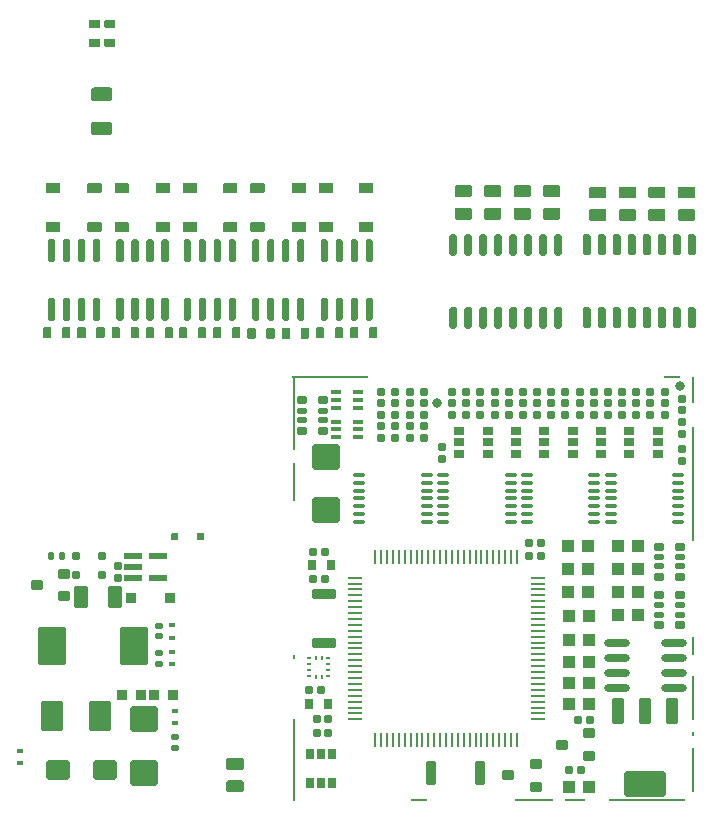
<source format=gtp>
G75*
G70*
%OFA0B0*%
%FSLAX25Y25*%
%IPPOS*%
%LPD*%
%AMOC8*
5,1,8,0,0,1.08239X$1,22.5*
%
%AMM150*
21,1,0.025590,0.026380,-0.000000,-0.000000,90.000000*
21,1,0.020470,0.031500,-0.000000,-0.000000,90.000000*
1,1,0.005120,0.013190,0.010240*
1,1,0.005120,0.013190,-0.010240*
1,1,0.005120,-0.013190,-0.010240*
1,1,0.005120,-0.013190,0.010240*
%
%AMM151*
21,1,0.017720,0.027950,-0.000000,-0.000000,90.000000*
21,1,0.014170,0.031500,-0.000000,-0.000000,90.000000*
1,1,0.003540,0.013980,0.007090*
1,1,0.003540,0.013980,-0.007090*
1,1,0.003540,-0.013980,-0.007090*
1,1,0.003540,-0.013980,0.007090*
%
%AMM152*
21,1,0.012600,0.028980,-0.000000,-0.000000,270.000000*
21,1,0.010080,0.031500,-0.000000,-0.000000,270.000000*
1,1,0.002520,-0.014490,-0.005040*
1,1,0.002520,-0.014490,0.005040*
1,1,0.002520,0.014490,0.005040*
1,1,0.002520,0.014490,-0.005040*
%
%AMM153*
21,1,0.023620,0.030710,-0.000000,-0.000000,0.000000*
21,1,0.018900,0.035430,-0.000000,-0.000000,0.000000*
1,1,0.004720,0.009450,-0.015350*
1,1,0.004720,-0.009450,-0.015350*
1,1,0.004720,-0.009450,0.015350*
1,1,0.004720,0.009450,0.015350*
%
%AMM154*
21,1,0.027560,0.018900,-0.000000,-0.000000,270.000000*
21,1,0.022840,0.023620,-0.000000,-0.000000,270.000000*
1,1,0.004720,-0.009450,-0.011420*
1,1,0.004720,-0.009450,0.011420*
1,1,0.004720,0.009450,0.011420*
1,1,0.004720,0.009450,-0.011420*
%
%AMM155*
21,1,0.031500,0.072440,-0.000000,-0.000000,270.000000*
21,1,0.025200,0.078740,-0.000000,-0.000000,270.000000*
1,1,0.006300,-0.036220,-0.012600*
1,1,0.006300,-0.036220,0.012600*
1,1,0.006300,0.036220,0.012600*
1,1,0.006300,0.036220,-0.012600*
%
%AMM156*
21,1,0.027560,0.018900,-0.000000,-0.000000,0.000000*
21,1,0.022840,0.023620,-0.000000,-0.000000,0.000000*
1,1,0.004720,0.011420,-0.009450*
1,1,0.004720,-0.011420,-0.009450*
1,1,0.004720,-0.011420,0.009450*
1,1,0.004720,0.011420,0.009450*
%
%AMM157*
21,1,0.023620,0.030710,-0.000000,-0.000000,90.000000*
21,1,0.018900,0.035430,-0.000000,-0.000000,90.000000*
1,1,0.004720,0.015350,0.009450*
1,1,0.004720,0.015350,-0.009450*
1,1,0.004720,-0.015350,-0.009450*
1,1,0.004720,-0.015350,0.009450*
%
%AMM158*
21,1,0.035430,0.030320,-0.000000,-0.000000,90.000000*
21,1,0.028350,0.037400,-0.000000,-0.000000,90.000000*
1,1,0.007090,0.015160,0.014170*
1,1,0.007090,0.015160,-0.014170*
1,1,0.007090,-0.015160,-0.014170*
1,1,0.007090,-0.015160,0.014170*
%
%AMM159*
21,1,0.043310,0.075980,-0.000000,-0.000000,180.000000*
21,1,0.034650,0.084650,-0.000000,-0.000000,180.000000*
1,1,0.008660,-0.017320,0.037990*
1,1,0.008660,0.017320,0.037990*
1,1,0.008660,0.017320,-0.037990*
1,1,0.008660,-0.017320,-0.037990*
%
%AMM160*
21,1,0.039370,0.035430,-0.000000,-0.000000,180.000000*
21,1,0.031500,0.043310,-0.000000,-0.000000,180.000000*
1,1,0.007870,-0.015750,0.017720*
1,1,0.007870,0.015750,0.017720*
1,1,0.007870,0.015750,-0.017720*
1,1,0.007870,-0.015750,-0.017720*
%
%AMM161*
21,1,0.027560,0.030710,-0.000000,-0.000000,180.000000*
21,1,0.022050,0.036220,-0.000000,-0.000000,180.000000*
1,1,0.005510,-0.011020,0.015350*
1,1,0.005510,0.011020,0.015350*
1,1,0.005510,0.011020,-0.015350*
1,1,0.005510,-0.011020,-0.015350*
%
%AMM162*
21,1,0.031500,0.072440,-0.000000,-0.000000,180.000000*
21,1,0.025200,0.078740,-0.000000,-0.000000,180.000000*
1,1,0.006300,-0.012600,0.036220*
1,1,0.006300,0.012600,0.036220*
1,1,0.006300,0.012600,-0.036220*
1,1,0.006300,-0.012600,-0.036220*
%
%AMM163*
21,1,0.137800,0.067720,-0.000000,-0.000000,180.000000*
21,1,0.120870,0.084650,-0.000000,-0.000000,180.000000*
1,1,0.016930,-0.060430,0.033860*
1,1,0.016930,0.060430,0.033860*
1,1,0.016930,0.060430,-0.033860*
1,1,0.016930,-0.060430,-0.033860*
%
%AMM164*
21,1,0.043310,0.075990,-0.000000,-0.000000,180.000000*
21,1,0.034650,0.084650,-0.000000,-0.000000,180.000000*
1,1,0.008660,-0.017320,0.037990*
1,1,0.008660,0.017320,0.037990*
1,1,0.008660,0.017320,-0.037990*
1,1,0.008660,-0.017320,-0.037990*
%
%AMM165*
21,1,0.086610,0.073230,-0.000000,-0.000000,270.000000*
21,1,0.069290,0.090550,-0.000000,-0.000000,270.000000*
1,1,0.017320,-0.036610,-0.034650*
1,1,0.017320,-0.036610,0.034650*
1,1,0.017320,0.036610,0.034650*
1,1,0.017320,0.036610,-0.034650*
%
%AMM36*
21,1,0.033470,0.026770,0.000000,0.000000,0.000000*
21,1,0.026770,0.033470,0.000000,0.000000,0.000000*
1,1,0.006690,0.013390,-0.013390*
1,1,0.006690,-0.013390,-0.013390*
1,1,0.006690,-0.013390,0.013390*
1,1,0.006690,0.013390,0.013390*
%
%AMM42*
21,1,0.035830,0.026770,0.000000,0.000000,0.000000*
21,1,0.029130,0.033470,0.000000,0.000000,0.000000*
1,1,0.006690,0.014570,-0.013390*
1,1,0.006690,-0.014570,-0.013390*
1,1,0.006690,-0.014570,0.013390*
1,1,0.006690,0.014570,0.013390*
%
%AMM44*
21,1,0.070870,0.036220,0.000000,0.000000,90.000000*
21,1,0.061810,0.045280,0.000000,0.000000,90.000000*
1,1,0.009060,0.018110,0.030910*
1,1,0.009060,0.018110,-0.030910*
1,1,0.009060,-0.018110,-0.030910*
1,1,0.009060,-0.018110,0.030910*
%
%AMM59*
21,1,0.086610,0.073230,0.000000,0.000000,270.000000*
21,1,0.069290,0.090550,0.000000,0.000000,270.000000*
1,1,0.017320,-0.036610,-0.034650*
1,1,0.017320,-0.036610,0.034650*
1,1,0.017320,0.036610,0.034650*
1,1,0.017320,0.036610,-0.034650*
%
%AMM60*
21,1,0.094490,0.111020,0.000000,0.000000,0.000000*
21,1,0.075590,0.129920,0.000000,0.000000,0.000000*
1,1,0.018900,0.037800,-0.055510*
1,1,0.018900,-0.037800,-0.055510*
1,1,0.018900,-0.037800,0.055510*
1,1,0.018900,0.037800,0.055510*
%
%AMM61*
21,1,0.074800,0.083460,0.000000,0.000000,0.000000*
21,1,0.059840,0.098430,0.000000,0.000000,0.000000*
1,1,0.014960,0.029920,-0.041730*
1,1,0.014960,-0.029920,-0.041730*
1,1,0.014960,-0.029920,0.041730*
1,1,0.014960,0.029920,0.041730*
%
%AMM62*
21,1,0.078740,0.053540,0.000000,0.000000,180.000000*
21,1,0.065350,0.066930,0.000000,0.000000,180.000000*
1,1,0.013390,-0.032680,0.026770*
1,1,0.013390,0.032680,0.026770*
1,1,0.013390,0.032680,-0.026770*
1,1,0.013390,-0.032680,-0.026770*
%
%AMM63*
21,1,0.035430,0.030320,0.000000,0.000000,90.000000*
21,1,0.028350,0.037400,0.000000,0.000000,90.000000*
1,1,0.007090,0.015160,0.014170*
1,1,0.007090,0.015160,-0.014170*
1,1,0.007090,-0.015160,-0.014170*
1,1,0.007090,-0.015160,0.014170*
%
%AMM64*
21,1,0.021650,0.052760,0.000000,0.000000,270.000000*
21,1,0.017320,0.057090,0.000000,0.000000,270.000000*
1,1,0.004330,-0.026380,-0.008660*
1,1,0.004330,-0.026380,0.008660*
1,1,0.004330,0.026380,0.008660*
1,1,0.004330,0.026380,-0.008660*
%
%AMM65*
21,1,0.015750,0.016540,0.000000,0.000000,270.000000*
21,1,0.012600,0.019680,0.000000,0.000000,270.000000*
1,1,0.003150,-0.008270,-0.006300*
1,1,0.003150,-0.008270,0.006300*
1,1,0.003150,0.008270,0.006300*
1,1,0.003150,0.008270,-0.006300*
%
%AMM66*
21,1,0.023620,0.018900,0.000000,0.000000,90.000000*
21,1,0.018900,0.023620,0.000000,0.000000,90.000000*
1,1,0.004720,0.009450,0.009450*
1,1,0.004720,0.009450,-0.009450*
1,1,0.004720,-0.009450,-0.009450*
1,1,0.004720,-0.009450,0.009450*
%
%AMM67*
21,1,0.019680,0.019680,0.000000,0.000000,0.000000*
21,1,0.015750,0.023620,0.000000,0.000000,0.000000*
1,1,0.003940,0.007870,-0.009840*
1,1,0.003940,-0.007870,-0.009840*
1,1,0.003940,-0.007870,0.009840*
1,1,0.003940,0.007870,0.009840*
%
%AMM68*
21,1,0.019680,0.019680,0.000000,0.000000,270.000000*
21,1,0.015750,0.023620,0.000000,0.000000,270.000000*
1,1,0.003940,-0.009840,-0.007870*
1,1,0.003940,-0.009840,0.007870*
1,1,0.003940,0.009840,0.007870*
1,1,0.003940,0.009840,-0.007870*
%
%ADD117M36*%
%ADD126M42*%
%ADD131M44*%
%ADD152M59*%
%ADD153M60*%
%ADD154M61*%
%ADD155M62*%
%ADD156M63*%
%ADD157M64*%
%ADD158M65*%
%ADD159M66*%
%ADD160M67*%
%ADD161M68*%
%ADD26R,0.00787X0.14567*%
%ADD269M150*%
%ADD27R,0.00787X0.01575*%
%ADD270M151*%
%ADD271M152*%
%ADD272M153*%
%ADD273M154*%
%ADD274M155*%
%ADD275M156*%
%ADD276M157*%
%ADD277M158*%
%ADD278M159*%
%ADD279M160*%
%ADD28R,0.00787X0.06299*%
%ADD280M161*%
%ADD281M162*%
%ADD282M163*%
%ADD283M164*%
%ADD284M165*%
%ADD29R,0.00787X0.38189*%
%ADD30R,0.00787X0.09055*%
%ADD31R,0.05512X0.00787*%
%ADD32R,0.25197X0.00787*%
%ADD33R,0.06693X0.00787*%
%ADD34R,0.12992X0.00787*%
%ADD35R,0.00787X0.27559*%
%ADD36R,0.00787X0.12992*%
%ADD37R,0.00787X0.24803*%
%ADD39C,0.03150*%
%ADD59O,0.04724X0.00866*%
%ADD60O,0.00866X0.04724*%
%ADD61O,0.04331X0.01181*%
%ADD64R,0.01378X0.00984*%
%ADD65R,0.00984X0.01378*%
%ADD70O,0.08661X0.02362*%
X0000000Y0000000D02*
%LPD*%
G01*
G36*
G01*
X0112559Y0237598D02*
X0116575Y0237598D01*
G75*
G02*
X0116929Y0237244I0000000J-000354D01*
G01*
X0116929Y0234409D01*
G75*
G02*
X0116575Y0234055I-000354J0000000D01*
G01*
X0112559Y0234055D01*
G75*
G02*
X0112204Y0234409I0000000J0000354D01*
G01*
X0112204Y0237244D01*
G75*
G02*
X0112559Y0237598I0000354J0000000D01*
G01*
G37*
G36*
G01*
X0112559Y0224606D02*
X0116575Y0224606D01*
G75*
G02*
X0116929Y0224252I0000000J-000354D01*
G01*
X0116929Y0221417D01*
G75*
G02*
X0116575Y0221063I-000354J0000000D01*
G01*
X0112559Y0221063D01*
G75*
G02*
X0112204Y0221417I0000000J0000354D01*
G01*
X0112204Y0224252D01*
G75*
G02*
X0112559Y0224606I0000354J0000000D01*
G01*
G37*
G36*
G01*
X0114606Y0191634D02*
X0113425Y0191634D01*
G75*
G02*
X0112834Y0192224I0000000J0000591D01*
G01*
X0112834Y0198720D01*
G75*
G02*
X0113425Y0199311I0000591J0000000D01*
G01*
X0114606Y0199311D01*
G75*
G02*
X0115197Y0198720I0000000J-000591D01*
G01*
X0115197Y0192224D01*
G75*
G02*
X0114606Y0191634I-000591J0000000D01*
G01*
G37*
G36*
G01*
X0119606Y0191634D02*
X0118425Y0191634D01*
G75*
G02*
X0117834Y0192224I0000000J0000591D01*
G01*
X0117834Y0198720D01*
G75*
G02*
X0118425Y0199311I0000591J0000000D01*
G01*
X0119606Y0199311D01*
G75*
G02*
X0120197Y0198720I0000000J-000591D01*
G01*
X0120197Y0192224D01*
G75*
G02*
X0119606Y0191634I-000591J0000000D01*
G01*
G37*
G36*
G01*
X0124606Y0191634D02*
X0123425Y0191634D01*
G75*
G02*
X0122834Y0192224I0000000J0000591D01*
G01*
X0122834Y0198720D01*
G75*
G02*
X0123425Y0199311I0000591J0000000D01*
G01*
X0124606Y0199311D01*
G75*
G02*
X0125197Y0198720I0000000J-000591D01*
G01*
X0125197Y0192224D01*
G75*
G02*
X0124606Y0191634I-000591J0000000D01*
G01*
G37*
G36*
G01*
X0129606Y0191634D02*
X0128425Y0191634D01*
G75*
G02*
X0127834Y0192224I0000000J0000591D01*
G01*
X0127834Y0198720D01*
G75*
G02*
X0128425Y0199311I0000591J0000000D01*
G01*
X0129606Y0199311D01*
G75*
G02*
X0130197Y0198720I0000000J-000591D01*
G01*
X0130197Y0192224D01*
G75*
G02*
X0129606Y0191634I-000591J0000000D01*
G01*
G37*
G36*
G01*
X0129606Y0211122D02*
X0128425Y0211122D01*
G75*
G02*
X0127834Y0211712I0000000J0000591D01*
G01*
X0127834Y0218208D01*
G75*
G02*
X0128425Y0218799I0000591J0000000D01*
G01*
X0129606Y0218799D01*
G75*
G02*
X0130197Y0218208I0000000J-000591D01*
G01*
X0130197Y0211712D01*
G75*
G02*
X0129606Y0211122I-000591J0000000D01*
G01*
G37*
G36*
G01*
X0124606Y0211122D02*
X0123425Y0211122D01*
G75*
G02*
X0122834Y0211712I0000000J0000591D01*
G01*
X0122834Y0218208D01*
G75*
G02*
X0123425Y0218799I0000591J0000000D01*
G01*
X0124606Y0218799D01*
G75*
G02*
X0125197Y0218208I0000000J-000591D01*
G01*
X0125197Y0211712D01*
G75*
G02*
X0124606Y0211122I-000591J0000000D01*
G01*
G37*
G36*
G01*
X0119606Y0211122D02*
X0118425Y0211122D01*
G75*
G02*
X0117834Y0211712I0000000J0000591D01*
G01*
X0117834Y0218208D01*
G75*
G02*
X0118425Y0218799I0000591J0000000D01*
G01*
X0119606Y0218799D01*
G75*
G02*
X0120197Y0218208I0000000J-000591D01*
G01*
X0120197Y0211712D01*
G75*
G02*
X0119606Y0211122I-000591J0000000D01*
G01*
G37*
G36*
G01*
X0114606Y0211122D02*
X0113425Y0211122D01*
G75*
G02*
X0112834Y0211712I0000000J0000591D01*
G01*
X0112834Y0218208D01*
G75*
G02*
X0113425Y0218799I0000591J0000000D01*
G01*
X0114606Y0218799D01*
G75*
G02*
X0115197Y0218208I0000000J-000591D01*
G01*
X0115197Y0211712D01*
G75*
G02*
X0114606Y0211122I-000591J0000000D01*
G01*
G37*
G36*
G01*
X0207618Y0224921D02*
X0202697Y0224921D01*
G75*
G02*
X0202303Y0225315I0000000J0000394D01*
G01*
X0202303Y0228464D01*
G75*
G02*
X0202697Y0228858I0000394J0000000D01*
G01*
X0207618Y0228858D01*
G75*
G02*
X0208012Y0228464I0000000J-000394D01*
G01*
X0208012Y0225315D01*
G75*
G02*
X0207618Y0224921I-000394J0000000D01*
G01*
G37*
G36*
G01*
X0207618Y0232401D02*
X0202697Y0232401D01*
G75*
G02*
X0202303Y0232795I0000000J0000394D01*
G01*
X0202303Y0235945D01*
G75*
G02*
X0202697Y0236338I0000394J0000000D01*
G01*
X0207618Y0236338D01*
G75*
G02*
X0208012Y0235945I0000000J-000394D01*
G01*
X0208012Y0232795D01*
G75*
G02*
X0207618Y0232401I-000394J0000000D01*
G01*
G37*
G36*
G01*
X0035393Y0237598D02*
X0039409Y0237598D01*
G75*
G02*
X0039763Y0237244I0000000J-000354D01*
G01*
X0039763Y0234409D01*
G75*
G02*
X0039409Y0234055I-000354J0000000D01*
G01*
X0035393Y0234055D01*
G75*
G02*
X0035039Y0234409I0000000J0000354D01*
G01*
X0035039Y0237244D01*
G75*
G02*
X0035393Y0237598I0000354J0000000D01*
G01*
G37*
G36*
G01*
X0035393Y0224606D02*
X0039409Y0224606D01*
G75*
G02*
X0039763Y0224252I0000000J-000354D01*
G01*
X0039763Y0221417D01*
G75*
G02*
X0039409Y0221063I-000354J0000000D01*
G01*
X0035393Y0221063D01*
G75*
G02*
X0035039Y0221417I0000000J0000354D01*
G01*
X0035039Y0224252D01*
G75*
G02*
X0035393Y0224606I0000354J0000000D01*
G01*
G37*
G36*
G01*
X0043110Y0186063D02*
X0043110Y0189134D01*
G75*
G02*
X0043386Y0189409I0000276J0000000D01*
G01*
X0045590Y0189409D01*
G75*
G02*
X0045866Y0189134I0000000J-000276D01*
G01*
X0045866Y0186063D01*
G75*
G02*
X0045590Y0185787I-000276J0000000D01*
G01*
X0043386Y0185787D01*
G75*
G02*
X0043110Y0186063I0000000J0000276D01*
G01*
G37*
G36*
G01*
X0049409Y0186063D02*
X0049409Y0189134D01*
G75*
G02*
X0049685Y0189409I0000276J0000000D01*
G01*
X0051889Y0189409D01*
G75*
G02*
X0052165Y0189134I0000000J-000276D01*
G01*
X0052165Y0186063D01*
G75*
G02*
X0051889Y0185787I-000276J0000000D01*
G01*
X0049685Y0185787D01*
G75*
G02*
X0049409Y0186063I0000000J0000276D01*
G01*
G37*
G36*
G01*
X0172610Y0225364D02*
X0167688Y0225364D01*
G75*
G02*
X0167295Y0225758I0000000J0000394D01*
G01*
X0167295Y0228907D01*
G75*
G02*
X0167688Y0229301I0000394J0000000D01*
G01*
X0172610Y0229301D01*
G75*
G02*
X0173003Y0228907I0000000J-000394D01*
G01*
X0173003Y0225758D01*
G75*
G02*
X0172610Y0225364I-000394J0000000D01*
G01*
G37*
G36*
G01*
X0172610Y0232844D02*
X0167688Y0232844D01*
G75*
G02*
X0167295Y0233238I0000000J0000394D01*
G01*
X0167295Y0236388D01*
G75*
G02*
X0167688Y0236781I0000394J0000000D01*
G01*
X0172610Y0236781D01*
G75*
G02*
X0173003Y0236388I0000000J-000394D01*
G01*
X0173003Y0233238D01*
G75*
G02*
X0172610Y0232844I-000394J0000000D01*
G01*
G37*
G36*
G01*
X0035866Y0291929D02*
X0038937Y0291929D01*
G75*
G02*
X0039212Y0291653I0000000J-000276D01*
G01*
X0039212Y0289449D01*
G75*
G02*
X0038937Y0289173I-000276J0000000D01*
G01*
X0035866Y0289173D01*
G75*
G02*
X0035590Y0289449I0000000J0000276D01*
G01*
X0035590Y0291653D01*
G75*
G02*
X0035866Y0291929I0000276J0000000D01*
G01*
G37*
G36*
G01*
X0035866Y0285630D02*
X0038937Y0285630D01*
G75*
G02*
X0039212Y0285354I0000000J-000276D01*
G01*
X0039212Y0283149D01*
G75*
G02*
X0038937Y0282874I-000276J0000000D01*
G01*
X0035866Y0282874D01*
G75*
G02*
X0035590Y0283149I0000000J0000276D01*
G01*
X0035590Y0285354D01*
G75*
G02*
X0035866Y0285630I0000276J0000000D01*
G01*
G37*
G36*
G01*
X0091771Y0191634D02*
X0090590Y0191634D01*
G75*
G02*
X0090000Y0192224I0000000J0000591D01*
G01*
X0090000Y0198720D01*
G75*
G02*
X0090590Y0199311I0000591J0000000D01*
G01*
X0091771Y0199311D01*
G75*
G02*
X0092362Y0198720I0000000J-000591D01*
G01*
X0092362Y0192224D01*
G75*
G02*
X0091771Y0191634I-000591J0000000D01*
G01*
G37*
G36*
G01*
X0096771Y0191634D02*
X0095590Y0191634D01*
G75*
G02*
X0095000Y0192224I0000000J0000591D01*
G01*
X0095000Y0198720D01*
G75*
G02*
X0095590Y0199311I0000591J0000000D01*
G01*
X0096771Y0199311D01*
G75*
G02*
X0097362Y0198720I0000000J-000591D01*
G01*
X0097362Y0192224D01*
G75*
G02*
X0096771Y0191634I-000591J0000000D01*
G01*
G37*
G36*
G01*
X0101771Y0191634D02*
X0100590Y0191634D01*
G75*
G02*
X0100000Y0192224I0000000J0000591D01*
G01*
X0100000Y0198720D01*
G75*
G02*
X0100590Y0199311I0000591J0000000D01*
G01*
X0101771Y0199311D01*
G75*
G02*
X0102362Y0198720I0000000J-000591D01*
G01*
X0102362Y0192224D01*
G75*
G02*
X0101771Y0191634I-000591J0000000D01*
G01*
G37*
G36*
G01*
X0106771Y0191634D02*
X0105590Y0191634D01*
G75*
G02*
X0105000Y0192224I0000000J0000591D01*
G01*
X0105000Y0198720D01*
G75*
G02*
X0105590Y0199311I0000591J0000000D01*
G01*
X0106771Y0199311D01*
G75*
G02*
X0107362Y0198720I0000000J-000591D01*
G01*
X0107362Y0192224D01*
G75*
G02*
X0106771Y0191634I-000591J0000000D01*
G01*
G37*
G36*
G01*
X0106771Y0211122D02*
X0105590Y0211122D01*
G75*
G02*
X0105000Y0211712I0000000J0000591D01*
G01*
X0105000Y0218208D01*
G75*
G02*
X0105590Y0218799I0000591J0000000D01*
G01*
X0106771Y0218799D01*
G75*
G02*
X0107362Y0218208I0000000J-000591D01*
G01*
X0107362Y0211712D01*
G75*
G02*
X0106771Y0211122I-000591J0000000D01*
G01*
G37*
G36*
G01*
X0101771Y0211122D02*
X0100590Y0211122D01*
G75*
G02*
X0100000Y0211712I0000000J0000591D01*
G01*
X0100000Y0218208D01*
G75*
G02*
X0100590Y0218799I0000591J0000000D01*
G01*
X0101771Y0218799D01*
G75*
G02*
X0102362Y0218208I0000000J-000591D01*
G01*
X0102362Y0211712D01*
G75*
G02*
X0101771Y0211122I-000591J0000000D01*
G01*
G37*
G36*
G01*
X0096771Y0211122D02*
X0095590Y0211122D01*
G75*
G02*
X0095000Y0211712I0000000J0000591D01*
G01*
X0095000Y0218208D01*
G75*
G02*
X0095590Y0218799I0000591J0000000D01*
G01*
X0096771Y0218799D01*
G75*
G02*
X0097362Y0218208I0000000J-000591D01*
G01*
X0097362Y0211712D01*
G75*
G02*
X0096771Y0211122I-000591J0000000D01*
G01*
G37*
G36*
G01*
X0091771Y0211122D02*
X0090590Y0211122D01*
G75*
G02*
X0090000Y0211712I0000000J0000591D01*
G01*
X0090000Y0218208D01*
G75*
G02*
X0090590Y0218799I0000591J0000000D01*
G01*
X0091771Y0218799D01*
G75*
G02*
X0092362Y0218208I0000000J-000591D01*
G01*
X0092362Y0211712D01*
G75*
G02*
X0091771Y0211122I-000591J0000000D01*
G01*
G37*
G36*
G01*
X0044055Y0282874D02*
X0040984Y0282874D01*
G75*
G02*
X0040708Y0283149I0000000J0000276D01*
G01*
X0040708Y0285354D01*
G75*
G02*
X0040984Y0285630I0000276J0000000D01*
G01*
X0044055Y0285630D01*
G75*
G02*
X0044330Y0285354I0000000J-000276D01*
G01*
X0044330Y0283149D01*
G75*
G02*
X0044055Y0282874I-000276J0000000D01*
G01*
G37*
G36*
G01*
X0044055Y0289173D02*
X0040984Y0289173D01*
G75*
G02*
X0040708Y0289449I0000000J0000276D01*
G01*
X0040708Y0291653D01*
G75*
G02*
X0040984Y0291929I0000276J0000000D01*
G01*
X0044055Y0291929D01*
G75*
G02*
X0044330Y0291653I0000000J-000276D01*
G01*
X0044330Y0289449D01*
G75*
G02*
X0044055Y0289173I-000276J0000000D01*
G01*
G37*
G36*
G01*
X0023661Y0191634D02*
X0022480Y0191634D01*
G75*
G02*
X0021889Y0192224I0000000J0000591D01*
G01*
X0021889Y0198720D01*
G75*
G02*
X0022480Y0199311I0000591J0000000D01*
G01*
X0023661Y0199311D01*
G75*
G02*
X0024252Y0198720I0000000J-000591D01*
G01*
X0024252Y0192224D01*
G75*
G02*
X0023661Y0191634I-000591J0000000D01*
G01*
G37*
G36*
G01*
X0028661Y0191634D02*
X0027480Y0191634D01*
G75*
G02*
X0026889Y0192224I0000000J0000591D01*
G01*
X0026889Y0198720D01*
G75*
G02*
X0027480Y0199311I0000591J0000000D01*
G01*
X0028661Y0199311D01*
G75*
G02*
X0029252Y0198720I0000000J-000591D01*
G01*
X0029252Y0192224D01*
G75*
G02*
X0028661Y0191634I-000591J0000000D01*
G01*
G37*
G36*
G01*
X0033661Y0191634D02*
X0032480Y0191634D01*
G75*
G02*
X0031889Y0192224I0000000J0000591D01*
G01*
X0031889Y0198720D01*
G75*
G02*
X0032480Y0199311I0000591J0000000D01*
G01*
X0033661Y0199311D01*
G75*
G02*
X0034252Y0198720I0000000J-000591D01*
G01*
X0034252Y0192224D01*
G75*
G02*
X0033661Y0191634I-000591J0000000D01*
G01*
G37*
G36*
G01*
X0038661Y0191634D02*
X0037480Y0191634D01*
G75*
G02*
X0036889Y0192224I0000000J0000591D01*
G01*
X0036889Y0198720D01*
G75*
G02*
X0037480Y0199311I0000591J0000000D01*
G01*
X0038661Y0199311D01*
G75*
G02*
X0039252Y0198720I0000000J-000591D01*
G01*
X0039252Y0192224D01*
G75*
G02*
X0038661Y0191634I-000591J0000000D01*
G01*
G37*
G36*
G01*
X0038661Y0211122D02*
X0037480Y0211122D01*
G75*
G02*
X0036889Y0211712I0000000J0000591D01*
G01*
X0036889Y0218208D01*
G75*
G02*
X0037480Y0218799I0000591J0000000D01*
G01*
X0038661Y0218799D01*
G75*
G02*
X0039252Y0218208I0000000J-000591D01*
G01*
X0039252Y0211712D01*
G75*
G02*
X0038661Y0211122I-000591J0000000D01*
G01*
G37*
G36*
G01*
X0033661Y0211122D02*
X0032480Y0211122D01*
G75*
G02*
X0031889Y0211712I0000000J0000591D01*
G01*
X0031889Y0218208D01*
G75*
G02*
X0032480Y0218799I0000591J0000000D01*
G01*
X0033661Y0218799D01*
G75*
G02*
X0034252Y0218208I0000000J-000591D01*
G01*
X0034252Y0211712D01*
G75*
G02*
X0033661Y0211122I-000591J0000000D01*
G01*
G37*
G36*
G01*
X0028661Y0211122D02*
X0027480Y0211122D01*
G75*
G02*
X0026889Y0211712I0000000J0000591D01*
G01*
X0026889Y0218208D01*
G75*
G02*
X0027480Y0218799I0000591J0000000D01*
G01*
X0028661Y0218799D01*
G75*
G02*
X0029252Y0218208I0000000J-000591D01*
G01*
X0029252Y0211712D01*
G75*
G02*
X0028661Y0211122I-000591J0000000D01*
G01*
G37*
G36*
G01*
X0023661Y0211122D02*
X0022480Y0211122D01*
G75*
G02*
X0021889Y0211712I0000000J0000591D01*
G01*
X0021889Y0218208D01*
G75*
G02*
X0022480Y0218799I0000591J0000000D01*
G01*
X0023661Y0218799D01*
G75*
G02*
X0024252Y0218208I0000000J-000591D01*
G01*
X0024252Y0211712D01*
G75*
G02*
X0023661Y0211122I-000591J0000000D01*
G01*
G37*
G36*
G01*
X0044449Y0237598D02*
X0048464Y0237598D01*
G75*
G02*
X0048819Y0237244I0000000J-000354D01*
G01*
X0048819Y0234409D01*
G75*
G02*
X0048464Y0234055I-000354J0000000D01*
G01*
X0044449Y0234055D01*
G75*
G02*
X0044094Y0234409I0000000J0000354D01*
G01*
X0044094Y0237244D01*
G75*
G02*
X0044449Y0237598I0000354J0000000D01*
G01*
G37*
G36*
G01*
X0044449Y0224606D02*
X0048464Y0224606D01*
G75*
G02*
X0048819Y0224252I0000000J-000354D01*
G01*
X0048819Y0221417D01*
G75*
G02*
X0048464Y0221063I-000354J0000000D01*
G01*
X0044449Y0221063D01*
G75*
G02*
X0044094Y0221417I0000000J0000354D01*
G01*
X0044094Y0224252D01*
G75*
G02*
X0044449Y0224606I0000354J0000000D01*
G01*
G37*
G36*
G01*
X0065551Y0186063D02*
X0065551Y0189134D01*
G75*
G02*
X0065826Y0189409I0000276J0000000D01*
G01*
X0068031Y0189409D01*
G75*
G02*
X0068307Y0189134I0000000J-000276D01*
G01*
X0068307Y0186063D01*
G75*
G02*
X0068031Y0185787I-000276J0000000D01*
G01*
X0065826Y0185787D01*
G75*
G02*
X0065551Y0186063I0000000J0000276D01*
G01*
G37*
G36*
G01*
X0071850Y0186063D02*
X0071850Y0189134D01*
G75*
G02*
X0072126Y0189409I0000276J0000000D01*
G01*
X0074330Y0189409D01*
G75*
G02*
X0074606Y0189134I0000000J-000276D01*
G01*
X0074606Y0186063D01*
G75*
G02*
X0074330Y0185787I-000276J0000000D01*
G01*
X0072126Y0185787D01*
G75*
G02*
X0071850Y0186063I0000000J0000276D01*
G01*
G37*
G36*
G01*
X0103504Y0237598D02*
X0107519Y0237598D01*
G75*
G02*
X0107874Y0237244I0000000J-000354D01*
G01*
X0107874Y0234409D01*
G75*
G02*
X0107519Y0234055I-000354J0000000D01*
G01*
X0103504Y0234055D01*
G75*
G02*
X0103149Y0234409I0000000J0000354D01*
G01*
X0103149Y0237244D01*
G75*
G02*
X0103504Y0237598I0000354J0000000D01*
G01*
G37*
G36*
G01*
X0103504Y0224606D02*
X0107519Y0224606D01*
G75*
G02*
X0107874Y0224252I0000000J-000354D01*
G01*
X0107874Y0221417D01*
G75*
G02*
X0107519Y0221063I-000354J0000000D01*
G01*
X0103504Y0221063D01*
G75*
G02*
X0103149Y0221417I0000000J0000354D01*
G01*
X0103149Y0224252D01*
G75*
G02*
X0103504Y0224606I0000354J0000000D01*
G01*
G37*
G36*
G01*
X0020275Y0186063D02*
X0020275Y0189134D01*
G75*
G02*
X0020551Y0189409I0000276J0000000D01*
G01*
X0022756Y0189409D01*
G75*
G02*
X0023031Y0189134I0000000J-000276D01*
G01*
X0023031Y0186063D01*
G75*
G02*
X0022756Y0185787I-000276J0000000D01*
G01*
X0020551Y0185787D01*
G75*
G02*
X0020275Y0186063I0000000J0000276D01*
G01*
G37*
G36*
G01*
X0026575Y0186063D02*
X0026575Y0189134D01*
G75*
G02*
X0026850Y0189409I0000276J0000000D01*
G01*
X0029055Y0189409D01*
G75*
G02*
X0029330Y0189134I0000000J-000276D01*
G01*
X0029330Y0186063D01*
G75*
G02*
X0029055Y0185787I-000276J0000000D01*
G01*
X0026850Y0185787D01*
G75*
G02*
X0026575Y0186063I0000000J0000276D01*
G01*
G37*
G36*
G01*
X0182464Y0225364D02*
X0177542Y0225364D01*
G75*
G02*
X0177149Y0225758I0000000J0000394D01*
G01*
X0177149Y0228907D01*
G75*
G02*
X0177542Y0229301I0000394J0000000D01*
G01*
X0182464Y0229301D01*
G75*
G02*
X0182857Y0228907I0000000J-000394D01*
G01*
X0182857Y0225758D01*
G75*
G02*
X0182464Y0225364I-000394J0000000D01*
G01*
G37*
G36*
G01*
X0182464Y0232844D02*
X0177542Y0232844D01*
G75*
G02*
X0177149Y0233238I0000000J0000394D01*
G01*
X0177149Y0236388D01*
G75*
G02*
X0177542Y0236781I0000394J0000000D01*
G01*
X0182464Y0236781D01*
G75*
G02*
X0182857Y0236388I0000000J-000394D01*
G01*
X0182857Y0233238D01*
G75*
G02*
X0182464Y0232844I-000394J0000000D01*
G01*
G37*
G36*
G01*
X0217472Y0224921D02*
X0212551Y0224921D01*
G75*
G02*
X0212157Y0225315I0000000J0000394D01*
G01*
X0212157Y0228464D01*
G75*
G02*
X0212551Y0228858I0000394J0000000D01*
G01*
X0217472Y0228858D01*
G75*
G02*
X0217866Y0228464I0000000J-000394D01*
G01*
X0217866Y0225315D01*
G75*
G02*
X0217472Y0224921I-000394J0000000D01*
G01*
G37*
G36*
G01*
X0217472Y0232401D02*
X0212551Y0232401D01*
G75*
G02*
X0212157Y0232795I0000000J0000394D01*
G01*
X0212157Y0235945D01*
G75*
G02*
X0212551Y0236338I0000394J0000000D01*
G01*
X0217472Y0236338D01*
G75*
G02*
X0217866Y0235945I0000000J-000394D01*
G01*
X0217866Y0232795D01*
G75*
G02*
X0217472Y0232401I-000394J0000000D01*
G01*
G37*
G36*
G01*
X0046496Y0191634D02*
X0045315Y0191634D01*
G75*
G02*
X0044724Y0192224I0000000J0000591D01*
G01*
X0044724Y0198720D01*
G75*
G02*
X0045315Y0199311I0000591J0000000D01*
G01*
X0046496Y0199311D01*
G75*
G02*
X0047086Y0198720I0000000J-000591D01*
G01*
X0047086Y0192224D01*
G75*
G02*
X0046496Y0191634I-000591J0000000D01*
G01*
G37*
G36*
G01*
X0051496Y0191634D02*
X0050315Y0191634D01*
G75*
G02*
X0049724Y0192224I0000000J0000591D01*
G01*
X0049724Y0198720D01*
G75*
G02*
X0050315Y0199311I0000591J0000000D01*
G01*
X0051496Y0199311D01*
G75*
G02*
X0052086Y0198720I0000000J-000591D01*
G01*
X0052086Y0192224D01*
G75*
G02*
X0051496Y0191634I-000591J0000000D01*
G01*
G37*
G36*
G01*
X0056496Y0191634D02*
X0055315Y0191634D01*
G75*
G02*
X0054724Y0192224I0000000J0000591D01*
G01*
X0054724Y0198720D01*
G75*
G02*
X0055315Y0199311I0000591J0000000D01*
G01*
X0056496Y0199311D01*
G75*
G02*
X0057086Y0198720I0000000J-000591D01*
G01*
X0057086Y0192224D01*
G75*
G02*
X0056496Y0191634I-000591J0000000D01*
G01*
G37*
G36*
G01*
X0061496Y0191634D02*
X0060315Y0191634D01*
G75*
G02*
X0059724Y0192224I0000000J0000591D01*
G01*
X0059724Y0198720D01*
G75*
G02*
X0060315Y0199311I0000591J0000000D01*
G01*
X0061496Y0199311D01*
G75*
G02*
X0062086Y0198720I0000000J-000591D01*
G01*
X0062086Y0192224D01*
G75*
G02*
X0061496Y0191634I-000591J0000000D01*
G01*
G37*
G36*
G01*
X0061496Y0211122D02*
X0060315Y0211122D01*
G75*
G02*
X0059724Y0211712I0000000J0000591D01*
G01*
X0059724Y0218208D01*
G75*
G02*
X0060315Y0218799I0000591J0000000D01*
G01*
X0061496Y0218799D01*
G75*
G02*
X0062086Y0218208I0000000J-000591D01*
G01*
X0062086Y0211712D01*
G75*
G02*
X0061496Y0211122I-000591J0000000D01*
G01*
G37*
G36*
G01*
X0056496Y0211122D02*
X0055315Y0211122D01*
G75*
G02*
X0054724Y0211712I0000000J0000591D01*
G01*
X0054724Y0218208D01*
G75*
G02*
X0055315Y0218799I0000591J0000000D01*
G01*
X0056496Y0218799D01*
G75*
G02*
X0057086Y0218208I0000000J-000591D01*
G01*
X0057086Y0211712D01*
G75*
G02*
X0056496Y0211122I-000591J0000000D01*
G01*
G37*
G36*
G01*
X0051496Y0211122D02*
X0050315Y0211122D01*
G75*
G02*
X0049724Y0211712I0000000J0000591D01*
G01*
X0049724Y0218208D01*
G75*
G02*
X0050315Y0218799I0000591J0000000D01*
G01*
X0051496Y0218799D01*
G75*
G02*
X0052086Y0218208I0000000J-000591D01*
G01*
X0052086Y0211712D01*
G75*
G02*
X0051496Y0211122I-000591J0000000D01*
G01*
G37*
G36*
G01*
X0046496Y0211122D02*
X0045315Y0211122D01*
G75*
G02*
X0044724Y0211712I0000000J0000591D01*
G01*
X0044724Y0218208D01*
G75*
G02*
X0045315Y0218799I0000591J0000000D01*
G01*
X0046496Y0218799D01*
G75*
G02*
X0047086Y0218208I0000000J-000591D01*
G01*
X0047086Y0211712D01*
G75*
G02*
X0046496Y0211122I-000591J0000000D01*
G01*
G37*
G36*
G01*
X0081791Y0045866D02*
X0086712Y0045866D01*
G75*
G02*
X0087106Y0045472I0000000J-000394D01*
G01*
X0087106Y0042323D01*
G75*
G02*
X0086712Y0041929I-000394J0000000D01*
G01*
X0081791Y0041929D01*
G75*
G02*
X0081397Y0042323I0000000J0000394D01*
G01*
X0081397Y0045472D01*
G75*
G02*
X0081791Y0045866I0000394J0000000D01*
G01*
G37*
G36*
G01*
X0081791Y0038385D02*
X0086712Y0038385D01*
G75*
G02*
X0087106Y0037992I0000000J-000394D01*
G01*
X0087106Y0034842D01*
G75*
G02*
X0086712Y0034448I-000394J0000000D01*
G01*
X0081791Y0034448D01*
G75*
G02*
X0081397Y0034842I0000000J0000394D01*
G01*
X0081397Y0037992D01*
G75*
G02*
X0081791Y0038385I0000394J0000000D01*
G01*
G37*
G36*
G01*
X0125945Y0237598D02*
X0129960Y0237598D01*
G75*
G02*
X0130315Y0237244I0000000J-000354D01*
G01*
X0130315Y0234409D01*
G75*
G02*
X0129960Y0234055I-000354J0000000D01*
G01*
X0125945Y0234055D01*
G75*
G02*
X0125590Y0234409I0000000J0000354D01*
G01*
X0125590Y0237244D01*
G75*
G02*
X0125945Y0237598I0000354J0000000D01*
G01*
G37*
G36*
G01*
X0125945Y0224606D02*
X0129960Y0224606D01*
G75*
G02*
X0130315Y0224252I0000000J-000354D01*
G01*
X0130315Y0221417D01*
G75*
G02*
X0129960Y0221063I-000354J0000000D01*
G01*
X0125945Y0221063D01*
G75*
G02*
X0125590Y0221417I0000000J0000354D01*
G01*
X0125590Y0224252D01*
G75*
G02*
X0125945Y0224606I0000354J0000000D01*
G01*
G37*
G36*
G01*
X0089724Y0237598D02*
X0093740Y0237598D01*
G75*
G02*
X0094094Y0237244I0000000J-000354D01*
G01*
X0094094Y0234409D01*
G75*
G02*
X0093740Y0234055I-000354J0000000D01*
G01*
X0089724Y0234055D01*
G75*
G02*
X0089370Y0234409I0000000J0000354D01*
G01*
X0089370Y0237244D01*
G75*
G02*
X0089724Y0237598I0000354J0000000D01*
G01*
G37*
G36*
G01*
X0089724Y0224606D02*
X0093740Y0224606D01*
G75*
G02*
X0094094Y0224252I0000000J-000354D01*
G01*
X0094094Y0221417D01*
G75*
G02*
X0093740Y0221063I-000354J0000000D01*
G01*
X0089724Y0221063D01*
G75*
G02*
X0089370Y0221417I0000000J0000354D01*
G01*
X0089370Y0224252D01*
G75*
G02*
X0089724Y0224606I0000354J0000000D01*
G01*
G37*
G36*
G01*
X0080669Y0237598D02*
X0084685Y0237598D01*
G75*
G02*
X0085039Y0237244I0000000J-000354D01*
G01*
X0085039Y0234409D01*
G75*
G02*
X0084685Y0234055I-000354J0000000D01*
G01*
X0080669Y0234055D01*
G75*
G02*
X0080315Y0234409I0000000J0000354D01*
G01*
X0080315Y0237244D01*
G75*
G02*
X0080669Y0237598I0000354J0000000D01*
G01*
G37*
G36*
G01*
X0080669Y0224606D02*
X0084685Y0224606D01*
G75*
G02*
X0085039Y0224252I0000000J-000354D01*
G01*
X0085039Y0221417D01*
G75*
G02*
X0084685Y0221063I-000354J0000000D01*
G01*
X0080669Y0221063D01*
G75*
G02*
X0080315Y0221417I0000000J0000354D01*
G01*
X0080315Y0224252D01*
G75*
G02*
X0080669Y0224606I0000354J0000000D01*
G01*
G37*
G36*
G01*
X0191328Y0220492D02*
X0192608Y0220492D01*
G75*
G02*
X0193248Y0219852I0000000J-000640D01*
G01*
X0193248Y0213947D01*
G75*
G02*
X0192608Y0213307I-000640J0000000D01*
G01*
X0191328Y0213307D01*
G75*
G02*
X0190689Y0213947I0000000J0000640D01*
G01*
X0190689Y0219852D01*
G75*
G02*
X0191328Y0220492I0000640J0000000D01*
G01*
G37*
G36*
G01*
X0186328Y0220492D02*
X0187608Y0220492D01*
G75*
G02*
X0188248Y0219852I0000000J-000640D01*
G01*
X0188248Y0213947D01*
G75*
G02*
X0187608Y0213307I-000640J0000000D01*
G01*
X0186328Y0213307D01*
G75*
G02*
X0185689Y0213947I0000000J0000640D01*
G01*
X0185689Y0219852D01*
G75*
G02*
X0186328Y0220492I0000640J0000000D01*
G01*
G37*
G36*
G01*
X0181328Y0220492D02*
X0182608Y0220492D01*
G75*
G02*
X0183248Y0219852I0000000J-000640D01*
G01*
X0183248Y0213947D01*
G75*
G02*
X0182608Y0213307I-000640J0000000D01*
G01*
X0181328Y0213307D01*
G75*
G02*
X0180689Y0213947I0000000J0000640D01*
G01*
X0180689Y0219852D01*
G75*
G02*
X0181328Y0220492I0000640J0000000D01*
G01*
G37*
G36*
G01*
X0176328Y0220492D02*
X0177608Y0220492D01*
G75*
G02*
X0178248Y0219852I0000000J-000640D01*
G01*
X0178248Y0213947D01*
G75*
G02*
X0177608Y0213307I-000640J0000000D01*
G01*
X0176328Y0213307D01*
G75*
G02*
X0175689Y0213947I0000000J0000640D01*
G01*
X0175689Y0219852D01*
G75*
G02*
X0176328Y0220492I0000640J0000000D01*
G01*
G37*
G36*
G01*
X0171328Y0220492D02*
X0172608Y0220492D01*
G75*
G02*
X0173248Y0219852I0000000J-000640D01*
G01*
X0173248Y0213947D01*
G75*
G02*
X0172608Y0213307I-000640J0000000D01*
G01*
X0171328Y0213307D01*
G75*
G02*
X0170689Y0213947I0000000J0000640D01*
G01*
X0170689Y0219852D01*
G75*
G02*
X0171328Y0220492I0000640J0000000D01*
G01*
G37*
G36*
G01*
X0166328Y0220492D02*
X0167608Y0220492D01*
G75*
G02*
X0168248Y0219852I0000000J-000640D01*
G01*
X0168248Y0213947D01*
G75*
G02*
X0167608Y0213307I-000640J0000000D01*
G01*
X0166328Y0213307D01*
G75*
G02*
X0165689Y0213947I0000000J0000640D01*
G01*
X0165689Y0219852D01*
G75*
G02*
X0166328Y0220492I0000640J0000000D01*
G01*
G37*
G36*
G01*
X0161328Y0220492D02*
X0162608Y0220492D01*
G75*
G02*
X0163248Y0219852I0000000J-000640D01*
G01*
X0163248Y0213947D01*
G75*
G02*
X0162608Y0213307I-000640J0000000D01*
G01*
X0161328Y0213307D01*
G75*
G02*
X0160689Y0213947I0000000J0000640D01*
G01*
X0160689Y0219852D01*
G75*
G02*
X0161328Y0220492I0000640J0000000D01*
G01*
G37*
G36*
G01*
X0156328Y0220492D02*
X0157608Y0220492D01*
G75*
G02*
X0158248Y0219852I0000000J-000640D01*
G01*
X0158248Y0213947D01*
G75*
G02*
X0157608Y0213307I-000640J0000000D01*
G01*
X0156328Y0213307D01*
G75*
G02*
X0155689Y0213947I0000000J0000640D01*
G01*
X0155689Y0219852D01*
G75*
G02*
X0156328Y0220492I0000640J0000000D01*
G01*
G37*
G36*
G01*
X0156328Y0196181D02*
X0157608Y0196181D01*
G75*
G02*
X0158248Y0195541I0000000J-000640D01*
G01*
X0158248Y0189636D01*
G75*
G02*
X0157608Y0188996I-000640J0000000D01*
G01*
X0156328Y0188996D01*
G75*
G02*
X0155689Y0189636I0000000J0000640D01*
G01*
X0155689Y0195541D01*
G75*
G02*
X0156328Y0196181I0000640J0000000D01*
G01*
G37*
G36*
G01*
X0161328Y0196181D02*
X0162608Y0196181D01*
G75*
G02*
X0163248Y0195541I0000000J-000640D01*
G01*
X0163248Y0189636D01*
G75*
G02*
X0162608Y0188996I-000640J0000000D01*
G01*
X0161328Y0188996D01*
G75*
G02*
X0160689Y0189636I0000000J0000640D01*
G01*
X0160689Y0195541D01*
G75*
G02*
X0161328Y0196181I0000640J0000000D01*
G01*
G37*
G36*
G01*
X0166328Y0196181D02*
X0167608Y0196181D01*
G75*
G02*
X0168248Y0195541I0000000J-000640D01*
G01*
X0168248Y0189636D01*
G75*
G02*
X0167608Y0188996I-000640J0000000D01*
G01*
X0166328Y0188996D01*
G75*
G02*
X0165689Y0189636I0000000J0000640D01*
G01*
X0165689Y0195541D01*
G75*
G02*
X0166328Y0196181I0000640J0000000D01*
G01*
G37*
G36*
G01*
X0171328Y0196181D02*
X0172608Y0196181D01*
G75*
G02*
X0173248Y0195541I0000000J-000640D01*
G01*
X0173248Y0189636D01*
G75*
G02*
X0172608Y0188996I-000640J0000000D01*
G01*
X0171328Y0188996D01*
G75*
G02*
X0170689Y0189636I0000000J0000640D01*
G01*
X0170689Y0195541D01*
G75*
G02*
X0171328Y0196181I0000640J0000000D01*
G01*
G37*
G36*
G01*
X0176328Y0196181D02*
X0177608Y0196181D01*
G75*
G02*
X0178248Y0195541I0000000J-000640D01*
G01*
X0178248Y0189636D01*
G75*
G02*
X0177608Y0188996I-000640J0000000D01*
G01*
X0176328Y0188996D01*
G75*
G02*
X0175689Y0189636I0000000J0000640D01*
G01*
X0175689Y0195541D01*
G75*
G02*
X0176328Y0196181I0000640J0000000D01*
G01*
G37*
G36*
G01*
X0181328Y0196181D02*
X0182608Y0196181D01*
G75*
G02*
X0183248Y0195541I0000000J-000640D01*
G01*
X0183248Y0189636D01*
G75*
G02*
X0182608Y0188996I-000640J0000000D01*
G01*
X0181328Y0188996D01*
G75*
G02*
X0180689Y0189636I0000000J0000640D01*
G01*
X0180689Y0195541D01*
G75*
G02*
X0181328Y0196181I0000640J0000000D01*
G01*
G37*
G36*
G01*
X0186328Y0196181D02*
X0187608Y0196181D01*
G75*
G02*
X0188248Y0195541I0000000J-000640D01*
G01*
X0188248Y0189636D01*
G75*
G02*
X0187608Y0188996I-000640J0000000D01*
G01*
X0186328Y0188996D01*
G75*
G02*
X0185689Y0189636I0000000J0000640D01*
G01*
X0185689Y0195541D01*
G75*
G02*
X0186328Y0196181I0000640J0000000D01*
G01*
G37*
G36*
G01*
X0191328Y0196181D02*
X0192608Y0196181D01*
G75*
G02*
X0193248Y0195541I0000000J-000640D01*
G01*
X0193248Y0189636D01*
G75*
G02*
X0192608Y0188996I-000640J0000000D01*
G01*
X0191328Y0188996D01*
G75*
G02*
X0190689Y0189636I0000000J0000640D01*
G01*
X0190689Y0195541D01*
G75*
G02*
X0191328Y0196181I0000640J0000000D01*
G01*
G37*
G36*
G01*
X0227326Y0224921D02*
X0222405Y0224921D01*
G75*
G02*
X0222011Y0225315I0000000J0000394D01*
G01*
X0222011Y0228464D01*
G75*
G02*
X0222405Y0228858I0000394J0000000D01*
G01*
X0227326Y0228858D01*
G75*
G02*
X0227720Y0228464I0000000J-000394D01*
G01*
X0227720Y0225315D01*
G75*
G02*
X0227326Y0224921I-000394J0000000D01*
G01*
G37*
G36*
G01*
X0227326Y0232401D02*
X0222405Y0232401D01*
G75*
G02*
X0222011Y0232795I0000000J0000394D01*
G01*
X0222011Y0235945D01*
G75*
G02*
X0222405Y0236338I0000394J0000000D01*
G01*
X0227326Y0236338D01*
G75*
G02*
X0227720Y0235945I0000000J-000394D01*
G01*
X0227720Y0232795D01*
G75*
G02*
X0227326Y0232401I-000394J0000000D01*
G01*
G37*
G36*
G01*
X0192318Y0225364D02*
X0187396Y0225364D01*
G75*
G02*
X0187003Y0225758I0000000J0000394D01*
G01*
X0187003Y0228907D01*
G75*
G02*
X0187396Y0229301I0000394J0000000D01*
G01*
X0192318Y0229301D01*
G75*
G02*
X0192711Y0228907I0000000J-000394D01*
G01*
X0192711Y0225758D01*
G75*
G02*
X0192318Y0225364I-000394J0000000D01*
G01*
G37*
G36*
G01*
X0192318Y0232844D02*
X0187396Y0232844D01*
G75*
G02*
X0187003Y0233238I0000000J0000394D01*
G01*
X0187003Y0236388D01*
G75*
G02*
X0187396Y0236781I0000394J0000000D01*
G01*
X0192318Y0236781D01*
G75*
G02*
X0192711Y0236388I0000000J-000394D01*
G01*
X0192711Y0233238D01*
G75*
G02*
X0192318Y0232844I-000394J0000000D01*
G01*
G37*
G36*
G01*
X0040748Y0189134D02*
X0040748Y0186063D01*
G75*
G02*
X0040472Y0185787I-000276J0000000D01*
G01*
X0038267Y0185787D01*
G75*
G02*
X0037992Y0186063I0000000J0000276D01*
G01*
X0037992Y0189134D01*
G75*
G02*
X0038267Y0189409I0000276J0000000D01*
G01*
X0040472Y0189409D01*
G75*
G02*
X0040748Y0189134I0000000J-000276D01*
G01*
G37*
G36*
G01*
X0034449Y0189134D02*
X0034449Y0186063D01*
G75*
G02*
X0034173Y0185787I-000276J0000000D01*
G01*
X0031968Y0185787D01*
G75*
G02*
X0031693Y0186063I0000000J0000276D01*
G01*
X0031693Y0189134D01*
G75*
G02*
X0031968Y0189409I0000276J0000000D01*
G01*
X0034173Y0189409D01*
G75*
G02*
X0034449Y0189134I0000000J-000276D01*
G01*
G37*
G36*
G01*
X0068937Y0191634D02*
X0067756Y0191634D01*
G75*
G02*
X0067165Y0192224I0000000J0000591D01*
G01*
X0067165Y0198720D01*
G75*
G02*
X0067756Y0199311I0000591J0000000D01*
G01*
X0068937Y0199311D01*
G75*
G02*
X0069527Y0198720I0000000J-000591D01*
G01*
X0069527Y0192224D01*
G75*
G02*
X0068937Y0191634I-000591J0000000D01*
G01*
G37*
G36*
G01*
X0073937Y0191634D02*
X0072756Y0191634D01*
G75*
G02*
X0072165Y0192224I0000000J0000591D01*
G01*
X0072165Y0198720D01*
G75*
G02*
X0072756Y0199311I0000591J0000000D01*
G01*
X0073937Y0199311D01*
G75*
G02*
X0074527Y0198720I0000000J-000591D01*
G01*
X0074527Y0192224D01*
G75*
G02*
X0073937Y0191634I-000591J0000000D01*
G01*
G37*
G36*
G01*
X0078937Y0191634D02*
X0077756Y0191634D01*
G75*
G02*
X0077165Y0192224I0000000J0000591D01*
G01*
X0077165Y0198720D01*
G75*
G02*
X0077756Y0199311I0000591J0000000D01*
G01*
X0078937Y0199311D01*
G75*
G02*
X0079527Y0198720I0000000J-000591D01*
G01*
X0079527Y0192224D01*
G75*
G02*
X0078937Y0191634I-000591J0000000D01*
G01*
G37*
G36*
G01*
X0083937Y0191634D02*
X0082756Y0191634D01*
G75*
G02*
X0082165Y0192224I0000000J0000591D01*
G01*
X0082165Y0198720D01*
G75*
G02*
X0082756Y0199311I0000591J0000000D01*
G01*
X0083937Y0199311D01*
G75*
G02*
X0084527Y0198720I0000000J-000591D01*
G01*
X0084527Y0192224D01*
G75*
G02*
X0083937Y0191634I-000591J0000000D01*
G01*
G37*
G36*
G01*
X0083937Y0211122D02*
X0082756Y0211122D01*
G75*
G02*
X0082165Y0211712I0000000J0000591D01*
G01*
X0082165Y0218208D01*
G75*
G02*
X0082756Y0218799I0000591J0000000D01*
G01*
X0083937Y0218799D01*
G75*
G02*
X0084527Y0218208I0000000J-000591D01*
G01*
X0084527Y0211712D01*
G75*
G02*
X0083937Y0211122I-000591J0000000D01*
G01*
G37*
G36*
G01*
X0078937Y0211122D02*
X0077756Y0211122D01*
G75*
G02*
X0077165Y0211712I0000000J0000591D01*
G01*
X0077165Y0218208D01*
G75*
G02*
X0077756Y0218799I0000591J0000000D01*
G01*
X0078937Y0218799D01*
G75*
G02*
X0079527Y0218208I0000000J-000591D01*
G01*
X0079527Y0211712D01*
G75*
G02*
X0078937Y0211122I-000591J0000000D01*
G01*
G37*
G36*
G01*
X0073937Y0211122D02*
X0072756Y0211122D01*
G75*
G02*
X0072165Y0211712I0000000J0000591D01*
G01*
X0072165Y0218208D01*
G75*
G02*
X0072756Y0218799I0000591J0000000D01*
G01*
X0073937Y0218799D01*
G75*
G02*
X0074527Y0218208I0000000J-000591D01*
G01*
X0074527Y0211712D01*
G75*
G02*
X0073937Y0211122I-000591J0000000D01*
G01*
G37*
G36*
G01*
X0068937Y0211122D02*
X0067756Y0211122D01*
G75*
G02*
X0067165Y0211712I0000000J0000591D01*
G01*
X0067165Y0218208D01*
G75*
G02*
X0067756Y0218799I0000591J0000000D01*
G01*
X0068937Y0218799D01*
G75*
G02*
X0069527Y0218208I0000000J-000591D01*
G01*
X0069527Y0211712D01*
G75*
G02*
X0068937Y0211122I-000591J0000000D01*
G01*
G37*
G36*
G01*
X0162756Y0225364D02*
X0157834Y0225364D01*
G75*
G02*
X0157441Y0225758I0000000J0000394D01*
G01*
X0157441Y0228907D01*
G75*
G02*
X0157834Y0229301I0000394J0000000D01*
G01*
X0162756Y0229301D01*
G75*
G02*
X0163149Y0228907I0000000J-000394D01*
G01*
X0163149Y0225758D01*
G75*
G02*
X0162756Y0225364I-000394J0000000D01*
G01*
G37*
G36*
G01*
X0162756Y0232844D02*
X0157834Y0232844D01*
G75*
G02*
X0157441Y0233238I0000000J0000394D01*
G01*
X0157441Y0236388D01*
G75*
G02*
X0157834Y0236781I0000394J0000000D01*
G01*
X0162756Y0236781D01*
G75*
G02*
X0163149Y0236388I0000000J-000394D01*
G01*
X0163149Y0233238D01*
G75*
G02*
X0162756Y0232844I-000394J0000000D01*
G01*
G37*
G36*
G01*
X0067283Y0237598D02*
X0071299Y0237598D01*
G75*
G02*
X0071653Y0237244I0000000J-000354D01*
G01*
X0071653Y0234409D01*
G75*
G02*
X0071299Y0234055I-000354J0000000D01*
G01*
X0067283Y0234055D01*
G75*
G02*
X0066929Y0234409I0000000J0000354D01*
G01*
X0066929Y0237244D01*
G75*
G02*
X0067283Y0237598I0000354J0000000D01*
G01*
G37*
G36*
G01*
X0067283Y0224606D02*
X0071299Y0224606D01*
G75*
G02*
X0071653Y0224252I0000000J-000354D01*
G01*
X0071653Y0221417D01*
G75*
G02*
X0071299Y0221063I-000354J0000000D01*
G01*
X0067283Y0221063D01*
G75*
G02*
X0066929Y0221417I0000000J0000354D01*
G01*
X0066929Y0224252D01*
G75*
G02*
X0067283Y0224606I0000354J0000000D01*
G01*
G37*
G36*
G01*
X0086023Y0189134D02*
X0086023Y0186063D01*
G75*
G02*
X0085748Y0185787I-000276J0000000D01*
G01*
X0083543Y0185787D01*
G75*
G02*
X0083267Y0186063I0000000J0000276D01*
G01*
X0083267Y0189134D01*
G75*
G02*
X0083543Y0189409I0000276J0000000D01*
G01*
X0085748Y0189409D01*
G75*
G02*
X0086023Y0189134I0000000J-000276D01*
G01*
G37*
G36*
G01*
X0079724Y0189134D02*
X0079724Y0186063D01*
G75*
G02*
X0079449Y0185787I-000276J0000000D01*
G01*
X0077244Y0185787D01*
G75*
G02*
X0076968Y0186063I0000000J0000276D01*
G01*
X0076968Y0189134D01*
G75*
G02*
X0077244Y0189409I0000276J0000000D01*
G01*
X0079449Y0189409D01*
G75*
G02*
X0079724Y0189134I0000000J-000276D01*
G01*
G37*
G36*
G01*
X0099803Y0185866D02*
X0099803Y0188937D01*
G75*
G02*
X0100078Y0189212I0000276J0000000D01*
G01*
X0102283Y0189212D01*
G75*
G02*
X0102559Y0188937I0000000J-000276D01*
G01*
X0102559Y0185866D01*
G75*
G02*
X0102283Y0185590I-000276J0000000D01*
G01*
X0100078Y0185590D01*
G75*
G02*
X0099803Y0185866I0000000J0000276D01*
G01*
G37*
G36*
G01*
X0106102Y0185866D02*
X0106102Y0188937D01*
G75*
G02*
X0106378Y0189212I0000276J0000000D01*
G01*
X0108582Y0189212D01*
G75*
G02*
X0108858Y0188937I0000000J-000276D01*
G01*
X0108858Y0185866D01*
G75*
G02*
X0108582Y0185590I-000276J0000000D01*
G01*
X0106378Y0185590D01*
G75*
G02*
X0106102Y0185866I0000000J0000276D01*
G01*
G37*
G36*
G01*
X0063582Y0189134D02*
X0063582Y0186063D01*
G75*
G02*
X0063307Y0185787I-000276J0000000D01*
G01*
X0061102Y0185787D01*
G75*
G02*
X0060826Y0186063I0000000J0000276D01*
G01*
X0060826Y0189134D01*
G75*
G02*
X0061102Y0189409I0000276J0000000D01*
G01*
X0063307Y0189409D01*
G75*
G02*
X0063582Y0189134I0000000J-000276D01*
G01*
G37*
G36*
G01*
X0057283Y0189134D02*
X0057283Y0186063D01*
G75*
G02*
X0057008Y0185787I-000276J0000000D01*
G01*
X0054803Y0185787D01*
G75*
G02*
X0054527Y0186063I0000000J0000276D01*
G01*
X0054527Y0189134D01*
G75*
G02*
X0054803Y0189409I0000276J0000000D01*
G01*
X0057008Y0189409D01*
G75*
G02*
X0057283Y0189134I0000000J-000276D01*
G01*
G37*
G36*
G01*
X0021614Y0237598D02*
X0025630Y0237598D01*
G75*
G02*
X0025984Y0237244I0000000J-000354D01*
G01*
X0025984Y0234409D01*
G75*
G02*
X0025630Y0234055I-000354J0000000D01*
G01*
X0021614Y0234055D01*
G75*
G02*
X0021260Y0234409I0000000J0000354D01*
G01*
X0021260Y0237244D01*
G75*
G02*
X0021614Y0237598I0000354J0000000D01*
G01*
G37*
G36*
G01*
X0021614Y0224606D02*
X0025630Y0224606D01*
G75*
G02*
X0025984Y0224252I0000000J-000354D01*
G01*
X0025984Y0221417D01*
G75*
G02*
X0025630Y0221063I-000354J0000000D01*
G01*
X0021614Y0221063D01*
G75*
G02*
X0021260Y0221417I0000000J0000354D01*
G01*
X0021260Y0224252D01*
G75*
G02*
X0021614Y0224606I0000354J0000000D01*
G01*
G37*
G36*
G01*
X0097441Y0188937D02*
X0097441Y0185866D01*
G75*
G02*
X0097165Y0185590I-000276J0000000D01*
G01*
X0094960Y0185590D01*
G75*
G02*
X0094685Y0185866I0000000J0000276D01*
G01*
X0094685Y0188937D01*
G75*
G02*
X0094960Y0189212I0000276J0000000D01*
G01*
X0097165Y0189212D01*
G75*
G02*
X0097441Y0188937I0000000J-000276D01*
G01*
G37*
G36*
G01*
X0091141Y0188937D02*
X0091141Y0185866D01*
G75*
G02*
X0090866Y0185590I-000276J0000000D01*
G01*
X0088661Y0185590D01*
G75*
G02*
X0088386Y0185866I0000000J0000276D01*
G01*
X0088386Y0188937D01*
G75*
G02*
X0088661Y0189212I0000276J0000000D01*
G01*
X0090866Y0189212D01*
G75*
G02*
X0091141Y0188937I0000000J-000276D01*
G01*
G37*
G36*
G01*
X0131693Y0189134D02*
X0131693Y0186063D01*
G75*
G02*
X0131417Y0185787I-000276J0000000D01*
G01*
X0129212Y0185787D01*
G75*
G02*
X0128937Y0186063I0000000J0000276D01*
G01*
X0128937Y0189134D01*
G75*
G02*
X0129212Y0189409I0000276J0000000D01*
G01*
X0131417Y0189409D01*
G75*
G02*
X0131693Y0189134I0000000J-000276D01*
G01*
G37*
G36*
G01*
X0125393Y0189134D02*
X0125393Y0186063D01*
G75*
G02*
X0125118Y0185787I-000276J0000000D01*
G01*
X0122913Y0185787D01*
G75*
G02*
X0122637Y0186063I0000000J0000276D01*
G01*
X0122637Y0189134D01*
G75*
G02*
X0122913Y0189409I0000276J0000000D01*
G01*
X0125118Y0189409D01*
G75*
G02*
X0125393Y0189134I0000000J-000276D01*
G01*
G37*
G36*
G01*
X0036220Y0265767D02*
X0036220Y0268484D01*
G75*
G02*
X0037126Y0269390I0000906J0000000D01*
G01*
X0042401Y0269390D01*
G75*
G02*
X0043307Y0268484I0000000J-000906D01*
G01*
X0043307Y0265767D01*
G75*
G02*
X0042401Y0264862I-000906J0000000D01*
G01*
X0037126Y0264862D01*
G75*
G02*
X0036220Y0265767I0000000J0000906D01*
G01*
G37*
G36*
G01*
X0036220Y0254350D02*
X0036220Y0257067D01*
G75*
G02*
X0037126Y0257972I0000906J0000000D01*
G01*
X0042401Y0257972D01*
G75*
G02*
X0043307Y0257067I0000000J-000906D01*
G01*
X0043307Y0254350D01*
G75*
G02*
X0042401Y0253445I-000906J0000000D01*
G01*
X0037126Y0253445D01*
G75*
G02*
X0036220Y0254350I0000000J0000906D01*
G01*
G37*
G36*
G01*
X0073779Y0118504D02*
X0071889Y0118504D01*
G75*
G02*
X0071653Y0118740I0000000J0000236D01*
G01*
X0071653Y0120630D01*
G75*
G02*
X0071889Y0120866I0000236J0000000D01*
G01*
X0073779Y0120866D01*
G75*
G02*
X0074015Y0120630I0000000J-000236D01*
G01*
X0074015Y0118740D01*
G75*
G02*
X0073779Y0118504I-000236J0000000D01*
G01*
G37*
G36*
G01*
X0065118Y0118504D02*
X0063228Y0118504D01*
G75*
G02*
X0062992Y0118740I0000000J0000236D01*
G01*
X0062992Y0120630D01*
G75*
G02*
X0063228Y0120866I0000236J0000000D01*
G01*
X0065118Y0120866D01*
G75*
G02*
X0065354Y0120630I0000000J-000236D01*
G01*
X0065354Y0118740D01*
G75*
G02*
X0065118Y0118504I-000236J0000000D01*
G01*
G37*
G36*
G01*
X0237180Y0224921D02*
X0232259Y0224921D01*
G75*
G02*
X0231865Y0225315I0000000J0000394D01*
G01*
X0231865Y0228464D01*
G75*
G02*
X0232259Y0228858I0000394J0000000D01*
G01*
X0237180Y0228858D01*
G75*
G02*
X0237574Y0228464I0000000J-000394D01*
G01*
X0237574Y0225315D01*
G75*
G02*
X0237180Y0224921I-000394J0000000D01*
G01*
G37*
G36*
G01*
X0237180Y0232401D02*
X0232259Y0232401D01*
G75*
G02*
X0231865Y0232795I0000000J0000394D01*
G01*
X0231865Y0235945D01*
G75*
G02*
X0232259Y0236338I0000394J0000000D01*
G01*
X0237180Y0236338D01*
G75*
G02*
X0237574Y0235945I0000000J-000394D01*
G01*
X0237574Y0232795D01*
G75*
G02*
X0237180Y0232401I-000394J0000000D01*
G01*
G37*
G36*
G01*
X0058228Y0237598D02*
X0062244Y0237598D01*
G75*
G02*
X0062598Y0237244I0000000J-000354D01*
G01*
X0062598Y0234409D01*
G75*
G02*
X0062244Y0234055I-000354J0000000D01*
G01*
X0058228Y0234055D01*
G75*
G02*
X0057874Y0234409I0000000J0000354D01*
G01*
X0057874Y0237244D01*
G75*
G02*
X0058228Y0237598I0000354J0000000D01*
G01*
G37*
G36*
G01*
X0058228Y0224606D02*
X0062244Y0224606D01*
G75*
G02*
X0062598Y0224252I0000000J-000354D01*
G01*
X0062598Y0221417D01*
G75*
G02*
X0062244Y0221063I-000354J0000000D01*
G01*
X0058228Y0221063D01*
G75*
G02*
X0057874Y0221417I0000000J0000354D01*
G01*
X0057874Y0224252D01*
G75*
G02*
X0058228Y0224606I0000354J0000000D01*
G01*
G37*
G36*
G01*
X0111220Y0186063D02*
X0111220Y0189134D01*
G75*
G02*
X0111496Y0189409I0000276J0000000D01*
G01*
X0113700Y0189409D01*
G75*
G02*
X0113976Y0189134I0000000J-000276D01*
G01*
X0113976Y0186063D01*
G75*
G02*
X0113700Y0185787I-000276J0000000D01*
G01*
X0111496Y0185787D01*
G75*
G02*
X0111220Y0186063I0000000J0000276D01*
G01*
G37*
G36*
G01*
X0117519Y0186063D02*
X0117519Y0189134D01*
G75*
G02*
X0117795Y0189409I0000276J0000000D01*
G01*
X0120000Y0189409D01*
G75*
G02*
X0120275Y0189134I0000000J-000276D01*
G01*
X0120275Y0186063D01*
G75*
G02*
X0120000Y0185787I-000276J0000000D01*
G01*
X0117795Y0185787D01*
G75*
G02*
X0117519Y0186063I0000000J0000276D01*
G01*
G37*
G36*
G01*
X0235856Y0220590D02*
X0237136Y0220590D01*
G75*
G02*
X0237775Y0219950I0000000J-000640D01*
G01*
X0237775Y0214045D01*
G75*
G02*
X0237136Y0213405I-000640J0000000D01*
G01*
X0235856Y0213405D01*
G75*
G02*
X0235216Y0214045I0000000J0000640D01*
G01*
X0235216Y0219950D01*
G75*
G02*
X0235856Y0220590I0000640J0000000D01*
G01*
G37*
G36*
G01*
X0230856Y0220590D02*
X0232136Y0220590D01*
G75*
G02*
X0232775Y0219950I0000000J-000640D01*
G01*
X0232775Y0214045D01*
G75*
G02*
X0232136Y0213405I-000640J0000000D01*
G01*
X0230856Y0213405D01*
G75*
G02*
X0230216Y0214045I0000000J0000640D01*
G01*
X0230216Y0219950D01*
G75*
G02*
X0230856Y0220590I0000640J0000000D01*
G01*
G37*
G36*
G01*
X0225856Y0220590D02*
X0227136Y0220590D01*
G75*
G02*
X0227775Y0219950I0000000J-000640D01*
G01*
X0227775Y0214045D01*
G75*
G02*
X0227136Y0213405I-000640J0000000D01*
G01*
X0225856Y0213405D01*
G75*
G02*
X0225216Y0214045I0000000J0000640D01*
G01*
X0225216Y0219950D01*
G75*
G02*
X0225856Y0220590I0000640J0000000D01*
G01*
G37*
G36*
G01*
X0220856Y0220590D02*
X0222136Y0220590D01*
G75*
G02*
X0222775Y0219950I0000000J-000640D01*
G01*
X0222775Y0214045D01*
G75*
G02*
X0222136Y0213405I-000640J0000000D01*
G01*
X0220856Y0213405D01*
G75*
G02*
X0220216Y0214045I0000000J0000640D01*
G01*
X0220216Y0219950D01*
G75*
G02*
X0220856Y0220590I0000640J0000000D01*
G01*
G37*
G36*
G01*
X0215856Y0220590D02*
X0217136Y0220590D01*
G75*
G02*
X0217775Y0219950I0000000J-000640D01*
G01*
X0217775Y0214045D01*
G75*
G02*
X0217136Y0213405I-000640J0000000D01*
G01*
X0215856Y0213405D01*
G75*
G02*
X0215216Y0214045I0000000J0000640D01*
G01*
X0215216Y0219950D01*
G75*
G02*
X0215856Y0220590I0000640J0000000D01*
G01*
G37*
G36*
G01*
X0210856Y0220590D02*
X0212136Y0220590D01*
G75*
G02*
X0212775Y0219950I0000000J-000640D01*
G01*
X0212775Y0214045D01*
G75*
G02*
X0212136Y0213405I-000640J0000000D01*
G01*
X0210856Y0213405D01*
G75*
G02*
X0210216Y0214045I0000000J0000640D01*
G01*
X0210216Y0219950D01*
G75*
G02*
X0210856Y0220590I0000640J0000000D01*
G01*
G37*
G36*
G01*
X0205856Y0220590D02*
X0207136Y0220590D01*
G75*
G02*
X0207775Y0219950I0000000J-000640D01*
G01*
X0207775Y0214045D01*
G75*
G02*
X0207136Y0213405I-000640J0000000D01*
G01*
X0205856Y0213405D01*
G75*
G02*
X0205216Y0214045I0000000J0000640D01*
G01*
X0205216Y0219950D01*
G75*
G02*
X0205856Y0220590I0000640J0000000D01*
G01*
G37*
G36*
G01*
X0200856Y0220590D02*
X0202136Y0220590D01*
G75*
G02*
X0202775Y0219950I0000000J-000640D01*
G01*
X0202775Y0214045D01*
G75*
G02*
X0202136Y0213405I-000640J0000000D01*
G01*
X0200856Y0213405D01*
G75*
G02*
X0200216Y0214045I0000000J0000640D01*
G01*
X0200216Y0219950D01*
G75*
G02*
X0200856Y0220590I0000640J0000000D01*
G01*
G37*
G36*
G01*
X0200856Y0196279D02*
X0202136Y0196279D01*
G75*
G02*
X0202775Y0195639I0000000J-000640D01*
G01*
X0202775Y0189734D01*
G75*
G02*
X0202136Y0189094I-000640J0000000D01*
G01*
X0200856Y0189094D01*
G75*
G02*
X0200216Y0189734I0000000J0000640D01*
G01*
X0200216Y0195639D01*
G75*
G02*
X0200856Y0196279I0000640J0000000D01*
G01*
G37*
G36*
G01*
X0205856Y0196279D02*
X0207136Y0196279D01*
G75*
G02*
X0207775Y0195639I0000000J-000640D01*
G01*
X0207775Y0189734D01*
G75*
G02*
X0207136Y0189094I-000640J0000000D01*
G01*
X0205856Y0189094D01*
G75*
G02*
X0205216Y0189734I0000000J0000640D01*
G01*
X0205216Y0195639D01*
G75*
G02*
X0205856Y0196279I0000640J0000000D01*
G01*
G37*
G36*
G01*
X0210856Y0196279D02*
X0212136Y0196279D01*
G75*
G02*
X0212775Y0195639I0000000J-000640D01*
G01*
X0212775Y0189734D01*
G75*
G02*
X0212136Y0189094I-000640J0000000D01*
G01*
X0210856Y0189094D01*
G75*
G02*
X0210216Y0189734I0000000J0000640D01*
G01*
X0210216Y0195639D01*
G75*
G02*
X0210856Y0196279I0000640J0000000D01*
G01*
G37*
G36*
G01*
X0215856Y0196279D02*
X0217136Y0196279D01*
G75*
G02*
X0217775Y0195639I0000000J-000640D01*
G01*
X0217775Y0189734D01*
G75*
G02*
X0217136Y0189094I-000640J0000000D01*
G01*
X0215856Y0189094D01*
G75*
G02*
X0215216Y0189734I0000000J0000640D01*
G01*
X0215216Y0195639D01*
G75*
G02*
X0215856Y0196279I0000640J0000000D01*
G01*
G37*
G36*
G01*
X0220856Y0196279D02*
X0222136Y0196279D01*
G75*
G02*
X0222775Y0195639I0000000J-000640D01*
G01*
X0222775Y0189734D01*
G75*
G02*
X0222136Y0189094I-000640J0000000D01*
G01*
X0220856Y0189094D01*
G75*
G02*
X0220216Y0189734I0000000J0000640D01*
G01*
X0220216Y0195639D01*
G75*
G02*
X0220856Y0196279I0000640J0000000D01*
G01*
G37*
G36*
G01*
X0225856Y0196279D02*
X0227136Y0196279D01*
G75*
G02*
X0227775Y0195639I0000000J-000640D01*
G01*
X0227775Y0189734D01*
G75*
G02*
X0227136Y0189094I-000640J0000000D01*
G01*
X0225856Y0189094D01*
G75*
G02*
X0225216Y0189734I0000000J0000640D01*
G01*
X0225216Y0195639D01*
G75*
G02*
X0225856Y0196279I0000640J0000000D01*
G01*
G37*
G36*
G01*
X0230856Y0196279D02*
X0232136Y0196279D01*
G75*
G02*
X0232775Y0195639I0000000J-000640D01*
G01*
X0232775Y0189734D01*
G75*
G02*
X0232136Y0189094I-000640J0000000D01*
G01*
X0230856Y0189094D01*
G75*
G02*
X0230216Y0189734I0000000J0000640D01*
G01*
X0230216Y0195639D01*
G75*
G02*
X0230856Y0196279I0000640J0000000D01*
G01*
G37*
G36*
G01*
X0235856Y0196279D02*
X0237136Y0196279D01*
G75*
G02*
X0237775Y0195639I0000000J-000640D01*
G01*
X0237775Y0189734D01*
G75*
G02*
X0237136Y0189094I-000640J0000000D01*
G01*
X0235856Y0189094D01*
G75*
G02*
X0235216Y0189734I0000000J0000640D01*
G01*
X0235216Y0195639D01*
G75*
G02*
X0235856Y0196279I0000640J0000000D01*
G01*
G37*
X0237303Y0173130D02*
G01*
G75*
D34*
X0183956Y0031791D02*
D03*
D33*
X0197736Y0031791D02*
D03*
D36*
X0103838Y0137894D02*
D03*
D31*
X0145571Y0031791D02*
D03*
X0229823Y0172736D02*
D03*
D32*
X0116043Y0172736D02*
D03*
X0221555Y0031791D02*
D03*
D29*
X0236909Y0137106D02*
D03*
D30*
X0236909Y0168602D02*
D03*
D28*
X0236909Y0083366D02*
D03*
D37*
X0103838Y0160728D02*
D03*
D35*
X0103838Y0045177D02*
D03*
D26*
X0236909Y0065847D02*
D03*
X0236909Y0041831D02*
D03*
D27*
X0236909Y0053839D02*
D03*
X0103838Y0079429D02*
D03*
D269*
X0113681Y0155040D02*
D03*
X0106594Y0155040D02*
D03*
X0106594Y0165079D02*
D03*
X0113681Y0165079D02*
D03*
X0225492Y0106299D02*
D03*
X0232579Y0106299D02*
D03*
X0232579Y0116339D02*
D03*
X0225492Y0116339D02*
D03*
X0225492Y0100197D02*
D03*
X0232579Y0100197D02*
D03*
X0232579Y0090157D02*
D03*
X0225492Y0090157D02*
D03*
D270*
X0113681Y0158484D02*
D03*
X0113681Y0161634D02*
D03*
X0106594Y0161634D02*
D03*
X0106594Y0158484D02*
D03*
X0232579Y0112894D02*
D03*
X0232579Y0109744D02*
D03*
X0225492Y0109744D02*
D03*
X0225492Y0112894D02*
D03*
X0225492Y0096752D02*
D03*
X0225492Y0093602D02*
D03*
X0232579Y0093602D02*
D03*
X0232579Y0096752D02*
D03*
D271*
X0117893Y0158036D02*
D03*
X0117893Y0155477D02*
D03*
X0117893Y0152917D02*
D03*
X0125373Y0158036D02*
D03*
X0125373Y0152917D02*
D03*
X0125373Y0155477D02*
D03*
X0125373Y0162661D02*
D03*
X0125373Y0167780D02*
D03*
X0117893Y0162661D02*
D03*
X0117893Y0165221D02*
D03*
X0117893Y0167780D02*
D03*
X0125373Y0165221D02*
D03*
D59*
X0185101Y0058760D02*
D03*
X0185101Y0060728D02*
D03*
X0185101Y0062697D02*
D03*
X0185101Y0064665D02*
D03*
X0185101Y0066634D02*
D03*
X0185101Y0068602D02*
D03*
X0185101Y0070571D02*
D03*
X0185101Y0072539D02*
D03*
X0185101Y0074508D02*
D03*
X0185101Y0078445D02*
D03*
X0185101Y0080414D02*
D03*
X0185101Y0082382D02*
D03*
X0185101Y0084351D02*
D03*
X0185101Y0086319D02*
D03*
X0185101Y0088288D02*
D03*
X0185101Y0090256D02*
D03*
X0185101Y0092225D02*
D03*
X0185101Y0094193D02*
D03*
X0185101Y0096162D02*
D03*
X0185101Y0098130D02*
D03*
X0185101Y0100098D02*
D03*
X0185101Y0102067D02*
D03*
X0185101Y0104035D02*
D03*
X0185101Y0106004D02*
D03*
X0124077Y0106004D02*
D03*
X0124077Y0104035D02*
D03*
X0124077Y0102067D02*
D03*
X0124077Y0100098D02*
D03*
X0124077Y0098130D02*
D03*
X0124077Y0096162D02*
D03*
X0124077Y0094193D02*
D03*
X0124077Y0092225D02*
D03*
X0124077Y0090256D02*
D03*
X0124077Y0088288D02*
D03*
X0124077Y0086319D02*
D03*
X0124077Y0084351D02*
D03*
X0124077Y0082382D02*
D03*
X0124077Y0080414D02*
D03*
X0124077Y0078445D02*
D03*
X0124077Y0076477D02*
D03*
X0124077Y0074508D02*
D03*
X0124077Y0072539D02*
D03*
X0124077Y0070571D02*
D03*
X0124077Y0068602D02*
D03*
X0124077Y0066634D02*
D03*
X0124077Y0064665D02*
D03*
X0124077Y0062697D02*
D03*
X0124077Y0058760D02*
D03*
X0185101Y0076477D02*
D03*
X0124077Y0060728D02*
D03*
D60*
X0178211Y0112894D02*
D03*
X0174274Y0112894D02*
D03*
X0172305Y0112894D02*
D03*
X0170337Y0112894D02*
D03*
X0168368Y0112894D02*
D03*
X0166400Y0112894D02*
D03*
X0164431Y0112894D02*
D03*
X0162463Y0112894D02*
D03*
X0160494Y0112894D02*
D03*
X0158526Y0112894D02*
D03*
X0156557Y0112894D02*
D03*
X0154589Y0112894D02*
D03*
X0152620Y0112894D02*
D03*
X0150652Y0112894D02*
D03*
X0148683Y0112894D02*
D03*
X0146715Y0112894D02*
D03*
X0144746Y0112894D02*
D03*
X0142778Y0112894D02*
D03*
X0140809Y0112894D02*
D03*
X0138841Y0112894D02*
D03*
X0136872Y0112894D02*
D03*
X0134904Y0112894D02*
D03*
X0132935Y0112894D02*
D03*
X0130967Y0112894D02*
D03*
X0130967Y0051870D02*
D03*
X0132935Y0051870D02*
D03*
X0134904Y0051870D02*
D03*
X0136872Y0051870D02*
D03*
X0138841Y0051870D02*
D03*
X0140809Y0051870D02*
D03*
X0142778Y0051870D02*
D03*
X0144746Y0051870D02*
D03*
X0146715Y0051870D02*
D03*
X0148683Y0051870D02*
D03*
X0150652Y0051870D02*
D03*
X0152620Y0051870D02*
D03*
X0154589Y0051870D02*
D03*
X0156557Y0051870D02*
D03*
X0158526Y0051870D02*
D03*
X0160494Y0051870D02*
D03*
X0162463Y0051870D02*
D03*
X0164431Y0051870D02*
D03*
X0166400Y0051870D02*
D03*
X0168368Y0051870D02*
D03*
X0170337Y0051870D02*
D03*
X0172305Y0051870D02*
D03*
X0174274Y0051870D02*
D03*
X0176242Y0051870D02*
D03*
X0178211Y0051870D02*
D03*
X0176242Y0112894D02*
D03*
D61*
X0181594Y0129823D02*
D03*
X0153642Y0129823D02*
D03*
X0209547Y0129823D02*
D03*
X0204035Y0134941D02*
D03*
X0176082Y0124705D02*
D03*
X0176082Y0127264D02*
D03*
X0176082Y0129823D02*
D03*
X0176082Y0132382D02*
D03*
X0176082Y0134941D02*
D03*
X0176082Y0137500D02*
D03*
X0176082Y0140059D02*
D03*
X0153642Y0124705D02*
D03*
X0153642Y0127264D02*
D03*
X0153642Y0132382D02*
D03*
X0153642Y0134941D02*
D03*
X0153642Y0137500D02*
D03*
X0153642Y0140059D02*
D03*
X0231988Y0124705D02*
D03*
X0231988Y0127264D02*
D03*
X0231988Y0129823D02*
D03*
X0231988Y0132382D02*
D03*
X0231988Y0134941D02*
D03*
X0231988Y0137500D02*
D03*
X0231988Y0140059D02*
D03*
X0209547Y0124705D02*
D03*
X0209547Y0127264D02*
D03*
X0209547Y0132382D02*
D03*
X0209547Y0134941D02*
D03*
X0209547Y0137500D02*
D03*
X0209547Y0140059D02*
D03*
X0204035Y0124705D02*
D03*
X0204035Y0127264D02*
D03*
X0204035Y0129823D02*
D03*
X0204035Y0132382D02*
D03*
X0204035Y0137500D02*
D03*
X0204035Y0140059D02*
D03*
X0181594Y0124705D02*
D03*
X0181594Y0127264D02*
D03*
X0181594Y0132382D02*
D03*
X0181594Y0134941D02*
D03*
X0181594Y0137500D02*
D03*
X0181594Y0140059D02*
D03*
X0125689Y0140059D02*
D03*
X0125689Y0137500D02*
D03*
X0125689Y0134941D02*
D03*
X0125689Y0132382D02*
D03*
X0125689Y0129823D02*
D03*
X0125689Y0127264D02*
D03*
X0125689Y0124705D02*
D03*
X0148130Y0140059D02*
D03*
X0148130Y0137500D02*
D03*
X0148130Y0134941D02*
D03*
X0148130Y0132382D02*
D03*
X0148130Y0129823D02*
D03*
X0148130Y0127264D02*
D03*
X0148130Y0124705D02*
D03*
D272*
X0112894Y0037697D02*
D03*
X0109153Y0037697D02*
D03*
X0116634Y0037697D02*
D03*
X0116634Y0047146D02*
D03*
X0112894Y0047146D02*
D03*
X0109153Y0047146D02*
D03*
D273*
X0111444Y0058957D02*
D03*
X0111444Y0054232D02*
D03*
X0112913Y0068504D02*
D03*
X0199453Y0041719D02*
D03*
X0186141Y0117585D02*
D03*
X0115380Y0058957D02*
D03*
X0108975Y0068504D02*
D03*
X0114275Y0105488D02*
D03*
X0110338Y0105488D02*
D03*
X0114275Y0114543D02*
D03*
X0110338Y0114543D02*
D03*
X0115380Y0054232D02*
D03*
X0195516Y0041719D02*
D03*
X0202593Y0058434D02*
D03*
X0198656Y0058434D02*
D03*
X0182204Y0117585D02*
D03*
X0182185Y0113289D02*
D03*
X0186122Y0113289D02*
D03*
D64*
X0108987Y0077139D02*
D03*
X0108987Y0079107D02*
D03*
X0115286Y0075170D02*
D03*
X0115286Y0077139D02*
D03*
X0115286Y0073202D02*
D03*
X0115286Y0079107D02*
D03*
X0108987Y0073202D02*
D03*
X0108987Y0075170D02*
D03*
D65*
X0111152Y0079304D02*
D03*
X0113121Y0079304D02*
D03*
X0113121Y0073005D02*
D03*
X0111152Y0073005D02*
D03*
D274*
X0113892Y0084154D02*
D03*
X0113892Y0100689D02*
D03*
D275*
X0142421Y0156595D02*
D03*
X0132972Y0156595D02*
D03*
X0137697Y0156595D02*
D03*
X0147145Y0156595D02*
D03*
X0132972Y0168012D02*
D03*
X0142421Y0168012D02*
D03*
X0137697Y0168012D02*
D03*
X0147145Y0168012D02*
D03*
X0153355Y0149615D02*
D03*
X0153355Y0145678D02*
D03*
X0147145Y0164075D02*
D03*
D03*
X0147145Y0160138D02*
D03*
X0142421Y0164075D02*
D03*
X0142421Y0160138D02*
D03*
X0147145Y0152658D02*
D03*
X0137697Y0164075D02*
D03*
X0137697Y0160138D02*
D03*
X0142421Y0152658D02*
D03*
X0137697Y0152658D02*
D03*
X0132972Y0164075D02*
D03*
X0132972Y0160138D02*
D03*
X0132972Y0164075D02*
D03*
X0132972Y0152658D02*
D03*
X0142421Y0164075D02*
D03*
X0137697Y0164075D02*
D03*
X0233169Y0161713D02*
D03*
X0233169Y0165650D02*
D03*
X0208563Y0164075D02*
D03*
X0208563Y0168012D02*
D03*
X0194390Y0164075D02*
D03*
X0194390Y0168012D02*
D03*
X0175492Y0160138D02*
D03*
X0175492Y0164075D02*
D03*
X0175492Y0168012D02*
D03*
X0175492Y0164075D02*
D03*
X0161319Y0160138D02*
D03*
X0161319Y0164075D02*
D03*
X0233169Y0144980D02*
D03*
X0233169Y0148917D02*
D03*
X0227460Y0164075D02*
D03*
X0227460Y0160138D02*
D03*
X0222736Y0164075D02*
D03*
X0222736Y0160138D02*
D03*
X0218012Y0164075D02*
D03*
X0218012Y0160138D02*
D03*
X0213287Y0164075D02*
D03*
X0213287Y0160138D02*
D03*
X0227460Y0164075D02*
D03*
X0227460Y0168012D02*
D03*
X0222736Y0164075D02*
D03*
X0222736Y0168012D02*
D03*
X0218012Y0164075D02*
D03*
X0218012Y0168012D02*
D03*
X0213287Y0164075D02*
D03*
X0213287Y0168012D02*
D03*
X0208563Y0164075D02*
D03*
X0208563Y0160138D02*
D03*
X0203838Y0164075D02*
D03*
X0203838Y0160138D02*
D03*
X0199114Y0164075D02*
D03*
X0199114Y0160138D02*
D03*
X0194390Y0164075D02*
D03*
X0194390Y0160138D02*
D03*
X0203838Y0164075D02*
D03*
X0203838Y0168012D02*
D03*
X0199114Y0164075D02*
D03*
X0199114Y0168012D02*
D03*
X0189665Y0160138D02*
D03*
X0189665Y0164075D02*
D03*
X0184941Y0160138D02*
D03*
X0184941Y0164075D02*
D03*
X0180216Y0160138D02*
D03*
X0180216Y0164075D02*
D03*
X0189665Y0168012D02*
D03*
X0189665Y0164075D02*
D03*
X0184941Y0168012D02*
D03*
X0184941Y0164075D02*
D03*
X0180216Y0168012D02*
D03*
X0180216Y0164075D02*
D03*
X0170767Y0160138D02*
D03*
X0170767Y0164075D02*
D03*
X0166043Y0160138D02*
D03*
X0166043Y0164075D02*
D03*
X0156594Y0160138D02*
D03*
X0156594Y0164075D02*
D03*
X0170767Y0168012D02*
D03*
X0170767Y0164075D02*
D03*
X0166043Y0168012D02*
D03*
X0166043Y0164075D02*
D03*
X0161319Y0168012D02*
D03*
X0161319Y0164075D02*
D03*
X0156594Y0168012D02*
D03*
X0156594Y0164075D02*
D03*
X0233169Y0154036D02*
D03*
X0233169Y0157973D02*
D03*
D276*
X0168405Y0151083D02*
D03*
X0187303Y0151083D02*
D03*
X0206201Y0151083D02*
D03*
X0225098Y0151083D02*
D03*
X0196752Y0147343D02*
D03*
X0196752Y0151083D02*
D03*
X0196752Y0154823D02*
D03*
X0206201Y0154823D02*
D03*
X0206201Y0147343D02*
D03*
X0215649Y0147343D02*
D03*
X0215649Y0151083D02*
D03*
X0215649Y0154823D02*
D03*
X0225098Y0154823D02*
D03*
X0225098Y0147343D02*
D03*
X0177854Y0147343D02*
D03*
X0177854Y0151083D02*
D03*
X0177854Y0154823D02*
D03*
X0187303Y0154823D02*
D03*
X0187303Y0147343D02*
D03*
X0158956Y0147343D02*
D03*
X0158956Y0151083D02*
D03*
X0158956Y0154823D02*
D03*
X0168405Y0154823D02*
D03*
X0168405Y0147343D02*
D03*
D277*
X0202390Y0054048D02*
D03*
X0184468Y0043799D02*
D03*
D70*
X0211712Y0079171D02*
D03*
X0230610Y0084171D02*
D03*
X0230610Y0069171D02*
D03*
X0230610Y0074171D02*
D03*
X0230610Y0079171D02*
D03*
X0211712Y0069171D02*
D03*
X0211712Y0074171D02*
D03*
X0211712Y0084171D02*
D03*
D278*
X0230020Y0061530D02*
D03*
X0211909Y0061530D02*
D03*
D279*
X0195558Y0093056D02*
D03*
X0211767Y0093604D02*
D03*
X0195081Y0101216D02*
D03*
X0195081Y0108827D02*
D03*
X0211767Y0101216D02*
D03*
X0211767Y0108827D02*
D03*
X0195081Y0116439D02*
D03*
X0211767Y0116439D02*
D03*
X0202251Y0093056D02*
D03*
X0201774Y0101216D02*
D03*
X0201774Y0108827D02*
D03*
X0201774Y0116439D02*
D03*
X0218460Y0101216D02*
D03*
X0218460Y0093604D02*
D03*
X0202251Y0085079D02*
D03*
X0195558Y0085079D02*
D03*
X0195558Y0077992D02*
D03*
X0202251Y0077992D02*
D03*
X0202251Y0070906D02*
D03*
X0195558Y0070906D02*
D03*
X0195558Y0063819D02*
D03*
X0202251Y0063819D02*
D03*
X0218460Y0108827D02*
D03*
X0218460Y0116439D02*
D03*
X0195558Y0036319D02*
D03*
X0202251Y0036319D02*
D03*
D280*
X0108884Y0063732D02*
D03*
X0115184Y0063732D02*
D03*
X0116244Y0110173D02*
D03*
X0109944Y0110173D02*
D03*
D281*
X0149509Y0040790D02*
D03*
X0166044Y0040790D02*
D03*
D277*
X0184468Y0036319D02*
D03*
X0175216Y0040059D02*
D03*
X0202390Y0046568D02*
D03*
X0193138Y0050308D02*
D03*
D282*
X0220964Y0037120D02*
D03*
D283*
X0220964Y0061530D02*
D03*
D39*
X0151673Y0164075D02*
D03*
X0232579Y0169980D02*
D03*
D284*
X0114482Y0146333D02*
D03*
X0114482Y0128617D02*
D03*
X0008760Y0034350D02*
G01*
G75*
D152*
X0053839Y0058717D02*
D03*
X0053839Y0041000D02*
D03*
D153*
X0050512Y0083169D02*
D03*
X0023150Y0083169D02*
D03*
D154*
X0039272Y0059941D02*
D03*
X0023130Y0059941D02*
D03*
D155*
X0041043Y0041830D02*
D03*
X0025295Y0041830D02*
D03*
D156*
X0018104Y0103608D02*
D03*
X0027356Y0099868D02*
D03*
D156*
X0027356Y0107348D02*
D03*
D157*
X0050191Y0113287D02*
D03*
D157*
X0050191Y0109547D02*
D03*
X0050191Y0105807D02*
D03*
X0058655Y0105807D02*
D03*
X0058655Y0113287D02*
D03*
D126*
X0062507Y0099286D02*
D03*
X0049515Y0099286D02*
D03*
D131*
X0044221Y0099574D02*
D03*
X0032803Y0099574D02*
D03*
D117*
X0063406Y0067027D02*
D03*
X0057185Y0067027D02*
D03*
X0052815Y0067027D02*
D03*
X0046595Y0067027D02*
D03*
D158*
X0012729Y0044138D02*
D03*
X0012729Y0048272D02*
D03*
X0063284Y0086012D02*
D03*
X0063284Y0090146D02*
D03*
X0063284Y0081299D02*
D03*
X0063284Y0077165D02*
D03*
X0064176Y0061650D02*
D03*
X0064176Y0057516D02*
D03*
D159*
X0045073Y0105857D02*
D03*
X0045073Y0109794D02*
D03*
X0031398Y0106759D02*
D03*
X0040059Y0106759D02*
D03*
X0031398Y0113156D02*
D03*
X0040059Y0113156D02*
D03*
D160*
X0023025Y0113287D02*
D03*
X0026569Y0113287D02*
D03*
D161*
X0059026Y0089949D02*
D03*
X0059026Y0086405D02*
D03*
X0059026Y0080905D02*
D03*
X0059026Y0077362D02*
D03*
X0064176Y0049349D02*
D03*
X0064176Y0052893D02*
D03*
M02*

</source>
